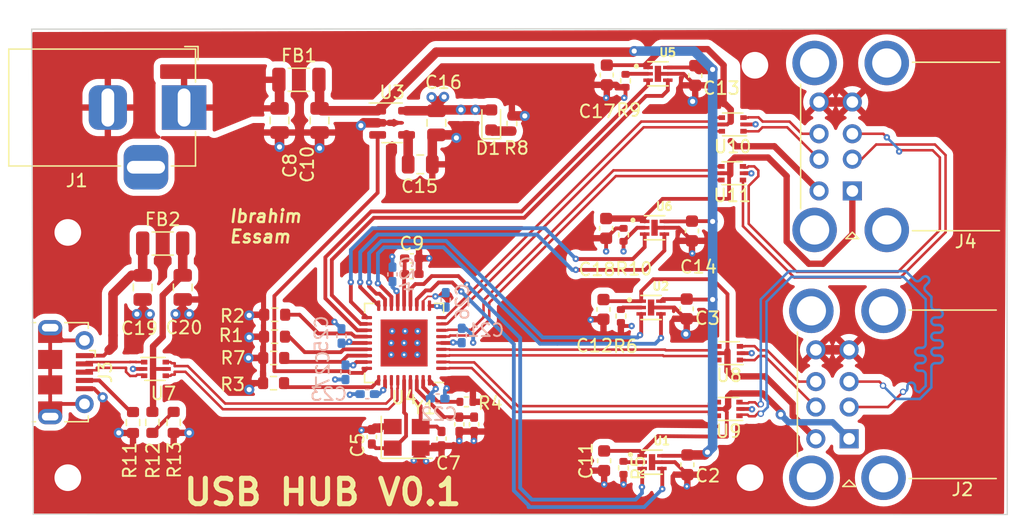
<source format=kicad_pcb>
(kicad_pcb (version 20221018) (generator pcbnew)
  (layers (0 "F.Cu" signal) (1 "In1.Cu" power) (2 "In2.Cu" power) (31 "B.Cu" signal) (34 "B.Paste" user) (35 "F.Paste" user) (36 "B.SilkS" user "B.Silkscreen") (37 "F.SilkS" user "F.Silkscreen") (38 "B.Mask" user) (39 "F.Mask" user) (44 "Edge.Cuts" user))
  (net 0 "")
  (net 1 "Net-(U4-PLLFILT)")
  (net 2 "GND")
  (net 3 "+5V")
  (net 4 "XTALOUt")
  (net 5 "Net-(U4-CRFILT)")
  (net 6 "XTALIN")
  (net 7 "Net-(C8-Pad1)")
  (net 8 "VBUS1")
  (net 9 "VBUS2")
  (net 10 "Net-(U3-BP)")
  (net 11 "+3.3V")
  (net 12 "VBUS4")
  (net 13 "VBUS3")
  (net 14 "+5VA")
  (net 15 "VD")
  (net 16 "Net-(D1-K)")
  (net 17 "PORT1_D-")
  (net 18 "PORT1_D+")
  (net 19 "PORT2_D-")
  (net 20 "PORT2_D+")
  (net 22 "USB_D-")
  (net 23 "USB_D+")
  (net 24 "Net-(J3-ID)")
  (net 25 "unconnected-(J3-Shield-Pad6)")
  (net 26 "PORT3_D-")
  (net 27 "PORT3_D+")
  (net 28 "PORT4_D-")
  (net 29 "PORT4_D+")
  (net 31 "Net-(U4-SCL{slash}SMBCLK{slash}CFG_SEL0)")
  (net 32 "Net-(U4-SDA{slash}SMBDATA{slash}NON_REM1)")
  (net 33 "Net-(U4-SUSP_IND{slash}LOCAL_PWR{slash}NON_REM0)")
  (net 34 "Net-(U4-RBIAS)")
  (net 35 "Net-(U1-ILIMIT)")
  (net 36 "Net-(U2-ILIMIT)")
  (net 37 "Net-(U4-HS_IND{slash}CFG_SEL1)")
  (net 38 "Net-(U5-ILIMIT)")
  (net 39 "Net-(U6-ILIMIT)")
  (net 40 "Net-(R12-Pad2)")
  (net 41 "VBUS_DET")
  (net 42 "USB_PORT1_PRO_-")
  (net 43 "USB_PORT1_PRO_+")
  (net 44 "USB_PORT2_PRO_-")
  (net 45 "USB_PORT2_PRO_+")
  (net 46 "USB_PORT3_PRO_-")
  (net 47 "USB_PORT3_PRO_+")
  (net 48 "USB_PORT4_PRO_-")
  (net 49 "USB_PORT4_PRO_+")
  (net 50 "USB_HUB_PWRT_1")
  (net 51 "USB_HUB_NOCS1")
  (net 52 "USB_HUB_PWRT_2")
  (net 53 "USB_HUB_NOCS2")
  (net 54 "USB_HUB_PWRT_3")
  (net 55 "USB_HUB_NOCS3")
  (net 56 "USB_HUB_PWRT_4")
  (net 57 "USB_HUB_NOCS4")
  (net 58 "USB_PRO_D-")
  (net 59 "USB_PRO_D+")
  (footprint "Capacitor_SMD:C_0805_2012Metric" (layer "F.Cu") (at 26.8224 37.1196 -90)
    (fp_text reference "C19")
    (fp_text value "2u2")
  )
  (footprint "Capacitor_SMD:C_0603_1608Metric" (layer "F.Cu") (at 69.640885 38.8112 -90)
    (fp_text reference "C3")
    (fp_text value "2u2")
  )
  (footprint "Capacitor_SMD:C_0805_2012Metric" (layer "F.Cu") (at 37.592 23.9776 -90)
    (fp_text reference "C8")
    (fp_text value "2u2")
  )
  (footprint "Resistor_SMD:R_0402_1005Metric_Pad0.72x0.64mm_HandSolder" (layer "F.Cu") (at 55.88 24.2164 90)
    (fp_text reference "R8")
    (fp_text value "1k5")
  )
  (footprint "Resistor_SMD:R_0402_1005Metric" (layer "F.Cu") (at 64.459285 39.37 -90)
    (fp_text reference "R6")
    (fp_text value "330R")
  )
  (footprint "Library:SON50P160X160X60-7N" (layer "F.Cu") (at 66.910685 50.8718)
    (fp_text reference "U1")
    (fp_text value "~")
  )
  (footprint "LED_SMD:LED_0603_1608Metric" (layer "F.Cu") (at 54.2544 23.9369 90)
    (fp_text reference "D1")
    (fp_text value "Blue")
  )
  (footprint "Crystal:Crystal_SMD_3225-4Pin_3.2x2.5mm" (layer "F.Cu") (at 47.5996 48.9204)
    (fp_text reference "Y1")
    (fp_text value "24kHz")
  )
  (footprint "Inductor_SMD:L_1206_3216Metric" (layer "F.Cu") (at 39.116 20.7772)
    (fp_text reference "FB1")
    (fp_text value "120R")
  )
  (footprint "Resistor_SMD:R_0603_1608Metric" (layer "F.Cu") (at 27.5844 47.7398 -90)
    (fp_text reference "R12")
    (fp_text value "100k")
  )
  (footprint "Capacitor_SMD:C_0402_1005Metric_Pad0.74x0.62mm_HandSolder" (layer "F.Cu") (at 50.3428 49.022 -90)
    (fp_text reference "C7")
    (fp_text value "10p")
  )
  (footprint "Capacitor_SMD:C_0603_1608Metric" (layer "F.Cu") (at 63.138485 50.7622 90)
    (fp_text reference "C11")
    (fp_text value "2u2")
  )
  (footprint "Capacitor_SMD:C_0603_1608Metric" (layer "F.Cu") (at 63.087685 38.849 90)
    (fp_text reference "C12")
    (fp_text value "2u2")
  )
  (footprint "Connector_USB:USB_Micro-B_Molex-105017-0001" (layer "F.Cu") (at 20.7772 43.7896 -90)
    (fp_text reference "J3")
    (fp_text value "USB_B_Micro")
  )
  (footprint "Capacitor_SMD:C_0402_1005Metric_Pad0.74x0.62mm_HandSolder" (layer "F.Cu") (at 48.0069 34.8316)
    (fp_text reference "C9")
    (fp_text value "10n")
  )
  (footprint "Capacitor_SMD:C_0603_1608Metric" (layer "F.Cu") (at 70.309 20.4396 -90)
    (fp_text reference "C13")
    (fp_text value "2u2")
  )
  (footprint "Capacitor_SMD:C_0805_2012Metric" (layer "F.Cu") (at 48.6664 27.432)
    (fp_text reference "C15")
    (fp_text value "100n")
  )
  (footprint "Package_DFN_QFN:QFN-36-1EP_6x6mm_P0.5mm_EP3.7x3.7mm" (layer "F.Cu") (at 47.3964 41.4928 180)
    (fp_text reference "U4")
    (fp_text value "USB2514B_Bi")
  )
  (footprint "Connector_USB:USB_A_CUI_UJ2-ADH-TH_Horizontal_Stacked" (layer "F.Cu") (at 82.420885 49.0328 180)
    (fp_text reference "J2")
    (fp_text value "USB_A_Stacked")
  )
  (footprint "Capacitor_SMD:C_0402_1005Metric_Pad0.74x0.62mm_HandSolder" (layer "F.Cu") (at 47.9973 36.068)
    (fp_text reference "C6" hide)
    (fp_text value "100n")
  )
  (footprint "Package_TO_SOT_SMD:SOT-666" (layer "F.Cu") (at 72.942885 46.6852 180)
    (fp_text reference "U9")
    (fp_text value "USBLC6-2P6")
  )
  (footprint "Resistor_SMD:R_0603_1608Metric" (layer "F.Cu") (at 26.0604 47.752 -90)
    (fp_text reference "R11")
    (fp_text value "100k")
  )
  (footprint "MountingHole:MountingHole_2.1mm" (layer "F.Cu") (at 20.9296 52.0954)
    (fp_text reference "H2" hide)
    (fp_text value "MountingHole")
  )
  (footprint "Capacitor_SMD:C_0603_1608Metric" (layer "F.Cu") (at 69.691685 51.08 -90)
    (fp_text reference "C2")
    (fp_text value "2u2")
  )
  (footprint "Capacitor_SMD:C_0402_1005Metric_Pad0.74x0.62mm_HandSolder" (layer "F.Cu") (at 52.90525 47.8957 -90)
    (fp_text reference "C1" hide)
    (fp_text value "100n")
  )
  (footprint "MountingHole:MountingHole_2.1mm" (layer "F.Cu") (at 20.9296 32.7914)
    (fp_text reference "H1" hide)
    (fp_text value "MountingHole")
  )
  (footprint "Package_TO_SOT_SMD:SOT-23-5" (layer "F.Cu") (at 46.4511 24.1656)
    (fp_text reference "U3")
    (fp_text value "SPX3819M5-L-5-0")
  )
  (footprint "Capacitor_SMD:C_0402_1005Metric_Pad0.74x0.62mm_HandSolder" (layer "F.Cu") (at 51.74275 47.8957 -90)
    (fp_text reference "C4" hide)
    (fp_text value "10n")
  )
  (footprint "Capacitor_SMD:C_0402_1005Metric_Pad0.74x0.62mm_HandSolder" (layer "F.Cu") (at 44.8564 48.8783 90)
    (fp_text reference "C5")
    (fp_text value "10p")
  )
  (footprint "Package_TO_SOT_SMD:SOT-666" (layer "F.Cu") (at 73.2554 24.2921 180)
    (fp_text reference "U10")
    (fp_text value "USBLC6-2P6")
  )
  (footprint "Library:SON50P160X160X60-7N" (layer "F.Cu") (at 66.833885 38.7016)
    (fp_text reference "U2")
    (fp_text value "~")
  )
  (footprint "Connector_USB:USB_A_CUI_UJ2-ADH-TH_Horizontal_Stacked" (layer "F.Cu") (at 82.6752 29.5264 180)
    (fp_text reference "J4")
    (fp_text value "USB_A_Stacked")
  )
  (footprint "Package_TO_SOT_SMD:SOT-666" (layer "F.Cu") (at 27.7876 43.5356)
    (fp_text reference "U7")
    (fp_text value "USBLC6-2P6")
  )
  (footprint "Resistor_SMD:R_0603_1608Metric" (layer "F.Cu") (at 37.21 39.2684 180)
    (fp_text reference "R2")
    (fp_text value "100k")
  )
  (footprint "Resistor_SMD:R_0603_1608Metric" (layer "F.Cu") (at 37.1226 44.6532 180)
    (fp_text reference "R3")
    (fp_text value "100k")
  )
  (footprint "Package_TO_SOT_SMD:SOT-666" (layer "F.Cu") (at 72.980085 42.2951 180)
    (fp_text reference "U8")
    (fp_text value "USBLC6-2P6")
  )
  (footprint "Package_TO_SOT_SMD:SOT-666" (layer "F.Cu") (at 73.2182 28.1316 180)
    (fp_text reference "U11")
    (fp_text value "USBLC6-2P6")
  )
  (footprint "MountingHole:MountingHole_2.1mm" (layer "F.Cu") (at 74.6252 52.0954)
    (fp_text reference "H4" hide)
    (fp_text value "MountingHole")
  )
  (footprint "Resistor_SMD:R_0603_1608Metric" (layer "F.Cu") (at 37.1978 40.9956 180)
    (fp_text reference "R1")
    (fp_text value "100k")
  )
  (footprint "Capacitor_SMD:C_0603_1608Metric" (layer "F.Cu") (at 63.3494 20.4018 90)
    (fp_text reference "C17")
    (fp_text value "2u2")
  )
  (footprint "Capacitor_SMD:C_0805_2012Metric" (layer "F.Cu") (at 40.7416 23.9776 -90)
    (fp_text reference "C10")
    (fp_text value "2u2")
  )
  (footprint "Resistor_SMD:R_0402_1005Metric" (layer "F.Cu") (at 64.6684 32.9816 90)
    (fp_text reference "R10")
    (fp_text value "330R")
  )
  (footprint "Inductor_SMD:L_1206_3216Metric" (layer "F.Cu") (at 28.3972 33.6652)
    (fp_text reference "FB2")
    (fp_text value "120R")
  )
  (footprint "Resistor_SMD:R_0603_1608Metric" (layer "F.Cu") (at 29.2608 47.7398 -90)
    (fp_text reference "R13")
    (fp_text value "100k")
  )
  (footprint "Capacitor_SMD:C_0603_1608Metric" (layer "F.Cu") (at 63.2968 32.4736 90)
    (fp_text reference "C18")
    (fp_text value "2u2")
  )
  (footprint "Library:SON50P160X160X60-7N" (layer "F.Cu") (at 67.3756 20.3082)
    (fp_text reference "U5")
    (fp_text value "~")
  )
  (footprint "Capacitor_SMD:C_0805_2012Metric" (layer "F.Cu") (at 49.9364 24.1656 -90)
    (fp_text reference "C16")
    (fp_text value "2u2")
  )
  (footprint "Library:SON50P160X160X60-7N" (layer "F.Cu") (at 67.1068 32.4228)
    (fp_text reference "U6")
    (fp_text value "~")
  )
  (footprint "Capacitor_SMD:C_0603_1608Metric" (layer "F.Cu") (at 70.0532 32.6768 -90)
    (fp_text reference "C14")
    (fp_text value "2u2")
  )
  (footprint "Resistor_SMD:R_0603_1608Metric" (layer "F.Cu") (at 37.1348 42.672 180)
    (fp_text reference "R7")
    (fp_text value "100k")
  )
  (footprint "MountingHole:MountingHole_2.1mm" (layer "F.Cu") (at 75.0062 19.6342)
    (fp_text reference "H3" hide)
    (fp_text value "MountingHole")
  )
  (footprint "Resistor_SMD:R_0402_1005Metric" (layer "F.Cu") (at 52.3006 46.1264 180)
    (fp_text reference "R4")
    (fp_text value "470R")
  )
  (footprint "Resistor_SMD:R_0402_1005Metric" (layer "F.Cu") (at 64.8226 20.859 -90)
    (fp_text reference "R9")
    (fp_text value "330R")
  )
  (footprint "Connector_BarrelJack:BarrelJack_Horizontal" (layer "F.Cu") (at 30.0792 22.9616)
    (fp_text reference "J1")
    (fp_text value "Jack-DC")
  )
  (footprint "Resistor_SMD:R_0402_1005Metric" (layer "F.Cu") (at 64.662485 51.321 -90)
    (fp_text reference "R5")
    (fp_text value "330R")
  )
  (footprint "Capacitor_SMD:C_0805_2012Metric" (layer "F.Cu") (at 29.972 37.1196 -90)
    (fp_text reference "C20")
    (fp_text value "2u2")
  )
  (footprint "Capacitor_SMD:C_0402_1005Metric_Pad0.74x0.62mm_HandSolder" (layer "B.Cu") (at 46.482 36.0934 90)
    (fp_text reference "C24")
    (fp_text value "100n")
  )
  (footprint "Capacitor_SMD:C_0402_1005Metric_Pad0.74x0.62mm_HandSolder" (layer "B.Cu") (at 51.9343 40.9027 90)
    (fp_text reference "C21")
    (fp_text value "2u2")
  )
  (footprint "Capacitor_SMD:C_0402_1005Metric_Pad0.74x0.62mm_HandSolder" (layer "B.Cu") (at 50.673 38.1 90)
    (fp_text reference "C26")
    (fp_text value "100n")
  )
  (footprint "Capacitor_SMD:C_0402_1005Metric_Pad0.74x0.62mm_HandSolder" (layer "B.Cu") (at 50.038 45.8724)
    (fp_text reference "C22")
    (fp_text value "100n")
  )
  (footprint "Capacitor_SMD:C_0402_1005Metric_Pad0.74x0.62mm_HandSolder" (layer "B.Cu") (at 42.4688 40.9448 90)
    (fp_text reference "C25")
    (fp_text value "100n")
  )
  (footprint "Capacitor_SMD:C_0402_1005Metric_Pad0.74x0.62mm_HandSolder" (layer "B.Cu") (at 44.5008 45.5168 180)
    (fp_text reference "C23")
    (fp_text value "100n")
  )
  (footprint "Capacitor_SMD:C_0402_1005Metric_Pad0.74x0.62mm_HandSolder" (layer "B.Cu") (at 42.7823 43.7983 -90)
    (fp_text reference "C27")
    (fp_text value "100n")
  )
  (gr_line (start 94.8182 16.764) (end 18.0848 16.7894) (stroke (width 0.1)) (layer "Edge.Cuts"))
  (gr_line (start 18.2118 54.9656) (end 94.869 54.991) (stroke (width 0.1)) (layer "Edge.Cuts"))
  (gr_line (start 94.869 54.991) (end 94.8182 16.764) (stroke (width 0.1)) (layer "Edge.Cuts"))
  (gr_line (start 18.0848 16.7894) (end 18.2118 54.9656) (stroke (width 0.1)) (layer "Edge.Cuts"))
  (gr_text "USB HUB V0.1" (at 29.8704 54.4068) (layer "F.SilkS") (effects (font (size 2 2) (thickness 0.4) bold) (justify left bottom)))
  (gr_text "Ibrahim\nEssam" (at 33.5534 33.7058) (layer "F.SilkS") (effects (font (size 1 1) (thickness 0.2) bold italic) (justify left bottom)))
  (segment (start 51.74275 47.3282) (end 52.90525 47.3282) (width 0.3) (layer "F.Cu") (net 1))
  (segment (start 48.3964 44.4303) (end 48.3964 45.176835) (width 0.3) (layer "F.Cu") (net 1))
  (segment (start 50.547765 47.3282) (end 51.74275 47.3282) (width 0.3) (layer "F.Cu") (net 1))
  (segment (start 48.3964 45.176835) (end 50.547765 47.3282) (width 0.3) (layer "F.Cu") (net 1))
  (segment (start 29.972 38.0696) (end 29.972 38.7096) (width 0.5) (layer "F.Cu") (net 2))
  (segment (start 74.7522 46.6852) (end 73.867885 46.6852) (width 0.3) (layer "F.Cu") (net 2))
  (segment (start 70.0532 33.4518) (end 69.0242 32.4228) (width 0.3) (layer "F.Cu") (net 2))
  (segment (start 63.5416 21.369) (end 63.3494 21.1768) (width 0.3) (layer "F.Cu") (net 2))
  (segment (start 48.6996 50.208) (end 48.1584 50.7492) (width 0.5) (layer "F.Cu") (net 2))
  (segment (start 51.2776 25.1156) (end 51.5112 25.3492) (width 0.75) (layer "F.Cu") (net 2))
  (segment (start 68.708485 50.8718) (end 69.691685 51.855) (width 0.3) (layer "F.Cu") (net 2))
  (segment (start 70.0532 34.417) (end 70.0786 34.4424) (width 0.3) (layer "F.Cu") (net 2))
  (segment (start 26.8224 38.6588) (end 27.3812 39.2176) (width 0.5) (layer "F.Cu") (net 2))
  (segment (start 36.2976 44.6532) (end 35.7124 44.6532) (width 0.3) (layer "F.Cu") (net 2))
  (segment (start 69.640885 39.5862) (end 69.640885 40.722115) (width 0.3) (layer "F.Cu") (net 2))
  (segment (start 74.7152 28.1316) (end 74.7268 28.1432) (width 0.3) (layer "F.Cu") (net 2))
  (segment (start 63.087685 39.624) (end 62.1284 39.624) (width 0.3) (layer "F.Cu") (net 2))
  (segment (start 63.2968 34.2826) (end 63.295 34.2844) (width 0.3) (layer "F.Cu") (net 2))
  (segment (start 22.2397 45.0896) (end 22.9916 45.0896) (width 0.3) (layer "F.Cu") (net 2))
  (segment (start 52.90525 49.17735) (end 52.8828 49.1998) (width 0.3) (layer "F.Cu") (net 2))
  (segment (start 70.309 22.274) (end 70.104 22.479) (width 0.3) (layer "F.Cu") (net 2))
  (segment (start 55.88 23.6189) (end 56.8929 23.6189) (width 0.75) (layer "F.Cu") (net 2))
  (segment (start 67.8818 32.4228) (end 67.1068 32.4228) (width 0.3) (layer "F.Cu") (net 2))
  (segment (start 64.8226 21.369) (end 64.8226 22.0962) (width 0.3) (layer "F.Cu") (net 2))
  (segment (start 64.736685 40.1574) (end 64.459285 39.88) (width 0.3) (layer "F.Cu") (net 2))
  (segment (start 48.5744 34.8316) (end 49.3694 34.8316) (width 0.5) (layer "F.Cu") (net 2))
  (segment (start 68.1506 20.3082) (end 67.3756 20.3082) (width 0.3) (layer "F.Cu") (net 2))
  (segment (start 64.662485 51.831) (end 64.662485 52.622885) (width 0.3) (layer "F.Cu") (net 2))
  (segment (start 73.905085 42.2951) (end 74.7481 42.2951) (width 0.3) (layer "F.Cu") (net 2))
  (segment (start 48.8969 38.5553) (end 48.8969 38.182681) (width 0.125) (layer "F.Cu") (net 2))
  (segment (start 45.0968 48.0704) (end 44.8564 48.3108) (width 0.5) (layer "F.Cu") (net 2))
  (segment (start 63.138485 51.5372) (end 63.138485 52.622885) (width 0.3) (layer "F.Cu") (net 2))
  (segment (start 50.1619 49.7704) (end 50.3428 49.5895) (width 0.5) (layer "F.Cu") (net 2))
  (segment (start 49.9364 25.1156) (end 51.2776 25.1156) (width 0.75) (layer "F.Cu") (net 2))
  (segment (start 26.8224 38.0696) (end 26.8224 38.7604) (width 0.5) (layer "F.Cu") (net 2))
  (segment (start 62.1284 39.624) (end 62.0776 39.6748) (width 0.3) (layer "F.Cu") (net 2))
  (segment (start 36.3728 40.9956) (end 35.2552 40.9956) (width 0.5) (layer "F.Cu") (net 2))
  (segment (start 49.253846 37.825735) (end 49.858934 37.825735) (width 0.125) (layer "F.Cu") (net 2))
  (segment (start 69.4026 20.3082) (end 70.309 21.2146) (width 0.3) (layer "F.Cu") (net 2))
  (segment (start 82.6752 22.5264) (end 80.0552 22.5264) (width 0.75) (layer "F.Cu") (net 2))
  (segment (start 36.385 39.2684) (end 35.2552 39.2684) (width 0.5) (layer "F.Cu") (net 2))
  (segment (start 26.8626 43.5356) (end 26.0604 43.5356) (width 0.3) (layer "F.Cu") (net 2))
  (segment (start 49.3694 34.8316) (end 49.3776 34.8234) (width 0.5) (layer "F.Cu") (net 2))
  (segment (start 69.0242 32.4228) (end 67.8818 32.4228) (width 0.3) (layer "F.Cu") (net 2))
  (segment (start 29.972 38.6588) (end 29.4132 39.2176) (width 0.5) (layer "F.Cu") (net 2))
  (segment (start 63.2968 33.2486) (end 63.2968 34.2826) (width 0.3) (layer "F.Cu") (net 2))
  (segment (start 26.8224 38.0696) (end 26.8224 38.6588) (width 0.5) (layer "F.Cu") (net 2))
  (segment (start 48.6996 49.7704) (end 48.6996 50.208) (width 0.5) (layer "F.Cu") (net 2))
  (segment (start 29.972 38.7096) (end 30.48 39.2176) (width 0.5) (layer "F.Cu") (net 2))
  (segment (start 48.8969 38.182681) (end 49.253846 37.825735) (width 0.125) (layer "F.Cu") (net 2))
  (segment (start 44.8564 48.3108) (end 44.0944 48.3108) (width 0.5) (layer "F.Cu") (net 2))
  (segment (start 70.309 21.2146) (end 70.309 22.274) (width 0.3) (layer "F.Cu") (net 2))
  (segment (start 63.138485 52.622885) (end 63.1444 52.6288) (width 0.3) (layer "F.Cu") (net 2))
  (segment (start 36.3098 42.672) (end 35.1536 42.672) (width 0.5) (layer "F.Cu") (net 2))
  (segment (start 67.685685 50.8718) (end 66.910685 50.8718) (width 0.3) (layer "F.Cu") (net 2))
  (segment (start 74.7776 46.7106) (end 74.7522 46.6852) (width 0.3) (layer "F.Cu") (net 2))
  (segment (start 68.1506 20.3082) (end 69.4026 20.3082) (width 0.3) (layer "F.Cu") (net 2))
  (segment (start 48.8964 38.5553) (end 48.8969 38.5553) (width 0.125) (layer "F.Cu") (net 2))
  (segment (start 69.691685 51.855) (end 69.691685 52.736315) (width 0.3) (layer "F.Cu") (net 2))
  (segment (start 69.5582 39.5862) (end 68.6736 38.7016) (width 0.3) (layer "F.Cu") (net 2))
  (segment (start 49.6164 25.4356) (end 49.9364 25.1156) (width 0.75) (layer "F.Cu") (net 2))
  (segment (start 48.6996 50.376) (end 49.1236 50.8) (width 0.5) (layer "F.Cu") (net 2))
  (segment (start 40.7416 24.9276) (end 40.7416 26.162) (width 0.75) (layer "F.Cu") (net 2))
  (segment (start 44.2112 24.1656) (end 43.9928 24.384) (width 0.75) (layer "F.Cu") (net 2))
  (segment (start 24.955 48.577) (end 24.9428 48.5648) (width 0.3) (layer "F.Cu") (net 2))
  (segment (start 67.685685 50.8718) (end 68.708485 50.8718) (width 0.3) (layer "F.Cu") (net 2))
  (segment (start 64.8226 22.0962) (end 64.7192 22.1996) (width 0.3) (layer "F.Cu") (net 2))
  (segment (start 56.8929 23.6189) (end 56.896 23.622) (width 0.75) (layer "F.Cu") (net 2))
  (segment (start 63.3494 21.1768) (end 63.3494 22.147) (width 0.3) (layer "F.Cu") (net 2))
  (segment (start 64.6684 32.4716) (end 64.0738 32.4716) (width 0.3) (layer "F.Cu") (net 2))
  (segment (start 44.0944 48.3108) (end 44.0436 48.3616) (width 0.5) (layer "F.Cu") (net 2))
  (segment (start 75.0473 24.2921) (end 75.057 24.2824) (width 0.3) (layer "F.Cu") (net 2))
  (segment (start 35.2552 40.9956) (end 35.2044 41.0464) (width 0.5) (layer "F.Cu") (net 2))
  (segment (start 48.5648 34.8412) (end 48.5744 34.8316) (width 0.5) (layer "F.Cu") (net 2))
  (segment (start 26.0604 48.577) (end 24.955 48.577) (width 0.3) (layer "F.Cu") (net 2))
  (segment (start 37.592 24.9276) (end 37.592 26.0604) (width 0.75) (layer "F.Cu") (net 2))
  (segment (start 64.662485 52.622885) (end 64.6684 52.6288) (width 0.3) (layer "F.Cu") (net 2))
  (segment (start 51.74275 48.4632) (end 51.74275 49.19685) (width 0.3) (layer "F.Cu") (net 2))
  (segment (start 69.640885 39.5862) (end 69.5582 39.5862) (width 0.3) (layer "F.Cu") (net 2))
  (segment (start 67.608885 38.7016) (end 66.833885 38.7016) (width 0.3) (layer "F.Cu") (net 2))
  (segment (start 68.6736 38.7016) (end 67.608885 38.7016) (width 0.3) (layer "F.Cu") (net 2))
  (segment (start 69.691685 52.736315) (end 69.6468 52.7812) (width 0.3) (layer "F.Cu") (net 2))
  (segment (start 48.5648 36.068) (end 48.5648 34.8412) (width 0.5) (layer "F.Cu") (net 2))
  (segment (start 52.90525 48.4632) (end 52.90525 49.17735) (width 0.3) (layer "F.Cu") (net 2))
  (segment (start 74.1804 24.2921) (end 75.0473 24.2921) (width 0.3) (layer "F.Cu") (net 2))
  (segment (start 29.2608 48.5648) (end 30.48 48.5648) (width 0.3) (layer "F.Cu") (net 2))
  (segment (start 26.8224 38.7604) (end 26.3652 39.2176) (width 0.5) (layer "F.Cu") (net 2))
  (segment (start 29.972 38.0696) (end 29.972 38.6588) (width 0.5) (layer "F.Cu") (net 2))
  (segment (start 69.640885 40.722115) (end 69.5706 40.7924) (width 0.3) (layer "F.Cu") (net 2))
  (segment (start 63.3494 22.147) (end 63.2968 22.1996) (width 0.3) (layer "F.Cu") (net 2))
  (segment (start 51.74275 49.19685) (end 51.7398 49.1998) (width 0.3) (layer "F.Cu") (net 2))
  (segment (start 45.3136 24.1656) (end 44.2112 24.1656) (width 0.75) (layer "F.Cu") (net 2))
  (segment (start 49.6164 27.432) (end 49.6164 25.4356) (width 0.75) (layer "F.Cu") (net 2))
  (segment (start 64.0738 32.4716) (end 63.2968 33.2486) (width 0.3) (layer "F.Cu") (net 2))
  (segment (start 46.4996 48.0704) (end 45.0968 48.0704) (width 0.5) (layer "F.Cu") (net 2))
  (segment (start 70.0532 33.4518) (end 70.0532 34.417) (width 0.3) (layer "F.Cu") (net 2))
  (segment (start 74.1432 28.1316) (end 74.7152 28.1316) (width 0.3) (layer "F.Cu") (net 2))
  (segment (start 65.3034 40.1574) (end 64.736685 40.1574) (width 0.3) (layer "F.Cu") (net 2))
  (segment (start 22.9916 45.0896) (end 23.6728 45.7708) (width 0.3) (layer "F.Cu") (net 2))
  (segment (start 48.6996 49.7704) (end 48.6996 50.376) (width 0.5) (layer "F.Cu") (net 2))
  (segment (start 48.6996 49.7704) (end 50.1619 49.7704) (width 0.5) (layer "F.Cu") (net 2))
  (segment (start 82.420885 42.0328) (end 79.800885 42.0328) (width 0.75) (layer "F.Cu") (net 2))
  (segment (start 35.2552 39.2684) (end 35.2044 39.3192) (width 0.5) (layer "F.Cu") (net 2))
  (segment (start 35.7124 44.6532) (end 35.2044 45.1612) (width 0.3) (layer "F.Cu") (net 2))
  (segment (start 74.7481 42.2951) (end 74.7522 42.291) (width 0.3) (layer "F.Cu") (net 2))
  (via (at 49.858934 37.825735) (size 0.5) (drill 0.2) (layers "F.Cu" "B.Cu") (net 2))
  (via (at 52.8828 49.1998) (size 0.5) (drill 0.2) (layers "F.Cu" "B.Cu") (net 2))
  (via (at 35.2044 41.0464) (size 0.8) (drill 0.4) (layers "F.Cu" "B.Cu") (net 2))
  (via (at 70.0786 34.4424) (size 0.5) (drill 0.2) (layers "F.Cu" "B.Cu") (net 2))
  (via (at 51.5112 25.3492) (size 0.8) (drill 0.4) (layers "F.Cu" "B.Cu") (net 2))
  (via (at 50.7492 45.0596) (size 0.5) (drill 0.2) (layers "F.Cu" "B.Cu") (net 2))
  (via (at 26.0604 43.5356) (size 0.5) (drill 0.2) (layers "F.Cu" "B.Cu") (net 2))
  (via (at 35.2044 45.1612) (size 0.8) (drill 0.4) (layers "F.Cu" "B.Cu") (net 2))
  (via (at 30.48 48.5648) (size 0.8) (drill 0.4) (layers "F.Cu" "B.Cu") (net 2))
  (via (at 56.896 23.622) (size 0.8) (drill 0.4) (layers "F.Cu" "B.Cu") (net 2))
  (via (at 49.3776 34.8234) (size 0.5) (drill 0.2) (layers "F.Cu" "B.Cu") (net 2))
  (via (at 43.1292 45.5676) (size 0.5) (drill 0.2) (layers "F.Cu" "B.Cu") (net 2))
  (via (at 26.3652 39.2176) (size 0.8) (drill 0.4) (layers "F.Cu" "B.Cu") (net 2))
  (via (at 24.9428 48.5648) (size 0.8) (drill 0.4) (layers "F.Cu" "B.Cu") (net 2))
  (via (at 75.057 24.2824) (size 0.5) (drill 0.2) (layers "F.Cu" "B.Cu") (net 2))
  (via (at 64.6684 52.6288) (size 0.5) (drill 0.2) (layers "F.Cu" "B.Cu") (net 2))
  (via (at 29.4132 39.2176) (size 0.8) (drill 0.4) (layers "F.Cu" "B.Cu") (net 2))
  (via (at 70.104 22.479) (size 0.8) (drill 0.4) (layers "F.Cu" "B.Cu") (net 2))
  (via (at 48.4632 40.5638) (size 0.5) (drill 0.2) (layers "F.Cu" "B.Cu") (net 2))
  (via (at 74.7522 42.291) (size 0.5) (drill 0.2) (layers "F.Cu" "B.Cu") (net 2))
  (via (at 63.295 34.2844) (size 0.5) (drill 0.2) (layers "F.Cu" "B.Cu") (net 2))
  (via (at 40.7416 26.162) (size 0.8) (drill 0.4) (layers "F.Cu" "B.Cu") (net 2))
  (via (at 35.1536 42.672) (size 0.8) (drill 0.4) (layers "F.Cu" "B.Cu") (net 2))
  (via (at 52.832 41.4683) (size 0.5) (drill 0.2) (layers "F.Cu" "B.Cu") (net 2))
  (via (at 23.6728 45.7708) (size 0.8) (drill 0.4) (layers "F.Cu" "B.Cu") (net 2))
  (via (at 48.4378 42.418) (size 0.5) (drill 0.2) (layers "F.Cu" "B.Cu") (net 2))
  (via (at 74.7776 46.7106) (size 0.5) (drill 0.2) (layers "F.Cu" "B.Cu") (net 2))
  (via (at 65.3034 40.1574) (size 0.5) (drill 0.2) (layers "F.Cu" "B.Cu") (net 2))
  (via (at 63.2968 22.1996) (size 0.5) (drill 0.2) (layers "F.Cu" "B.Cu") (net 2))
  (via (at 47.3964 41.4928) (size 0.5) (drill 0.2) (layers "F.Cu" "B.Cu") (net 2))
  (via (at 51.7398 49.1998) (size 0.5) (drill 0.2) (layers "F.Cu" "B.Cu") (net 2))
  (via (at 48.4632 40.5638) (size 0.5) (drill 0.2) (layers "F.Cu" "B.Cu") (net 2))
  (via (at 30.48 39.2176) (size 0.8) (drill 0.4) (layers "F.Cu" "B.Cu") (net 2))
  (via (at 43.9928 24.384) (size 0.8) (drill 0.4) (layers "F.Cu" "B.Cu") (net 2))
  (via (at 69.6468 52.7812) (size 0.5) (drill 0.2) (layers "F.Cu" "B.Cu") (net 2))
  (via (at 62.0776 39.6748) (size 0.5) (drill 0.2) (layers "F.Cu" "B.Cu") (net 2))
  (via (at 27.3812 39.2176) (size 0.8) (drill 0.4) (layers "F.Cu" "B.Cu") (net 2))
  (via (at 47.3964 42.418) (size 0.5) (drill 0.2) (layers "F.Cu" "B.Cu") (net 2))
  (via (at 44.0436 48.3616) (size 0.5) (drill 0.2) (layers "F.Cu" "B.Cu") (net 2))
  (via (at 46.3804 42.418) (size 0.5) (drill 0.2) (layers "F.Cu" "B.Cu") (net 2))
  (via (at 46.3804 41.4928) (size 0.5) (drill 0.2) (layers "F.Cu" "B.Cu") (net 2))
  (via (at 47.4726 40.5638) (size 0.5) (drill 0.2) (layers "F.Cu" "B.Cu") (net 2))
  (via (at 41.91 39.8272) (size 0.5) (drill 0.2) (layers "F.Cu" "B.Cu") (net 2))
  (via (at 41.9695 44.3658) (size 0.5) (drill 0.2) (layers "F.Cu" "B.Cu") (net 2))
  (via (at 37.592 26.0604) (size 0.8) (drill 0.4) (layers "F.Cu" "B.Cu") (net 2))
  (via (at 48.4378 41.4928) (size 0.5) (drill 0.2) (layers "F.Cu" "B.Cu") (net 2))
  (via (at 69.5706 40.7924) (size 0.8) (drill 0.4) (layers "F.Cu" "B.Cu") (net 2))
  (via (at 74.7268 28.1432) (size 0.5) (drill 0.2) (layers "F.Cu" "B.Cu") (net 2))
  (via (at 46.4566 34.6964) (size 0.5) (drill 0.2) (layers "F.Cu" "B.Cu") (net 2))
  (via (at 49.1236 50.8) (size 0.5) (drill 0.2) (layers "F.Cu" "B.Cu") (net 2))
  (via (at 63.1444 52.6288) (size 0.5) (drill 0.2) (layers "F.Cu" "B.Cu") (net 2))
  (via (at 48.1584 50.7492) (size 0.5) (drill 0.2) (layers "F.Cu" "B.Cu") (net 2))
  (via (at 35.2044 39.3192) (size 0.8) (drill 0.4) (layers "F.Cu" "B.Cu") (net 2))
  (via (at 64.7192 22.1996) (size 0.5) (drill 0.2) (layers "F.Cu" "B.Cu") (net 2))
  (via (at 46.4566 40.5638) (size 0.5) (drill 0.2) (layers "F.Cu" "B.Cu") (net 2))
  (segment (start 51.9343 40.3352) (end 52.2224 40.3352) (width 0.3) (layer "B.Cu") (net 2))
  (segment (start 52.2224 40.3352) (end 52.832 40.9448) (width 0.3) (layer "B.Cu") (net 2))
  (segment (start 42.7823 44.3658) (end 41.9695 44.3658) (width 0.3) (layer "B.Cu") (net 2))
  (segment (start 50.379765 37.825735) (end 50.673 37.5325) (width 0.125) (layer "B.Cu") (net 2))
  (segment (start 50.6055 45.2033) (end 50.7492 45.0596) (width 0.3) (layer "B.Cu") (net 2))
  (segment (start 51.9343 40.3352) (end 52.197 40.3352) (width 0.3) (layer "B.Cu") (net 2))
  (segment (start 42.4688 40.3773) (end 42.4601 40.3773) (width 0.3) (layer "B.Cu") (net 2))
  (segment (start 46.482 34.7218) (end 46.4566 34.6964) (width 0.3) (layer "B.Cu") (net 2))
  (segment (start 49.858934 37.825735) (end 50.379765 37.825735) (width 0.125) (layer "B.Cu") (net 2))
  (segment (start 46.482 35.5259) (end 46.482 34.7218) (width 0.3) (layer "B.Cu") (net 2))
  (segment (start 42.4601 40.3773) (end 41.91 39.8272) (width 0.3) (layer "B.Cu") (net 2))
  (segment (start 43.18 45.5168) (end 43.1292 45.5676) (width 0.3) (layer "B.Cu") (net 2))
  (segment (start 50.6055 45.8724) (end 50.6055 45.2033) (width 0.3) (layer "B.Cu") (net 2))
  (segment (start 43.9333 45.5168) (end 43.18 45.5168) (width 0.3) (layer "B.Cu") (net 2))
  (segment (start 52.832 40.9448) (end 52.832 41.4683) (width 0.3) (layer "B.Cu") (net 2))
  (segment (start 68.1506 19.8082) (end 70.1654 19.8082) (width 0.3) (layer "F.Cu") (net 3))
  (segment (start 40.9296 23.2156) (end 40.7416 23.0276) (width 0.75) (layer "F.Cu") (net 3))
  (segment (start 67.8818 31.9228) (end 70.0322 31.9228) (width 0.3) (layer "F.Cu") (net 3))
  (segment (start 49.9274 18.6018) (end 65.4214 18.6018) (width 0.75) (layer "F.Cu") (net 3))
  (segment (start 71.6404 38.0362) (end 71.6788 38.0746) (width 0.3) (layer "F.Cu") (net 3))
  (segment (start 65.4214 18.6018) (end 65.5066 18.5166) (width 0.75) (layer "F.Cu") (net 3))
  (segment (start 67.774285 38.0362) (end 67.608885 38.2016) (width 0.3) (layer "F.Cu") (net 3))
  (segment (start 69.640885 38.0362) (end 67.774285 38.0362) (width 0.3) (layer "F.Cu") (net 3))
  (segment (start 71.6788 19.9644) (end 70.6088 19.9644) (width 0.75) (layer "F.Cu") (net 3))
  (segment (start 40.7416 20.8278) (end 40.691 20.7772) (width 0.75) (layer "F.Cu") (net 3))
  (segment (start 69.679285 38.0746) (end 69.640885 38.0362) (width 0.3) (layer "F.Cu") (net 3))
  (segment (start 70.0532 31.9018) (end 71.6528 31.9018) (width 0.3) (layer "F.Cu") (net 3))
  (segment (start 40.7416 23.0276) (end 40.7416 20.8278) (width 0.75) (layer "F.Cu") (net 3))
  (segment (start 45.3136 23.2156) (end 40.9296 23.2156) (width 0.75) (layer "F.Cu") (net 3))
  (segment (start 70.0322 31.9228) (end 70.0532 31.9018) (width 0.3) (layer "F.Cu") (net 3))
  (segment (start 71.6528 31.9018) (end 71.6788 31.9278) (width 0.3) (layer "F.Cu") (net 3))
  (segment (start 45.3136 23.2156) (end 49.9274 18.6018) (width 0.75) (layer "F.Cu") (net 3))
  (segment (start 69.691685 50.305) (end 71.0562 50.305) (width 0.75) (layer "F.Cu") (net 3))
  (segment (start 71.0562 50.305) (end 71.2724 50.0888) (width 0.75) (layer "F.Cu") (net 3))
  (segment (start 71.6788 38.0746) (end 69.679285 38.0746) (width 0.3) (layer "F.Cu") (net 3))
  (segment (start 70.1654 19.8082) (end 70.309 19.6646) (width 0.3) (layer "F.Cu") (net 3))
  (segment (start 70.6088 19.9644) (end 70.309 19.6646) (width 0.75) (layer "F.Cu") (net 3))
  (segment (start 67.685685 50.3718) (end 69.624885 50.3718) (width 0.3) (layer "F.Cu") (net 3))
  (via (at 71.6788 31.9278) (size 0.8) (drill 0.4) (layers "F.Cu" "B.Cu") (net 3))
  (via (at 71.6788 38.0746) (size 0.8) (drill 0.4) (layers "F.Cu" "B.Cu") (net 3))
  (via (at 65.5066 18.5166) (size 0.8) (drill 0.4) (layers "F.Cu" "B.Cu") (net 3))
  (via (at 71.6788 19.9644) (size 0.8) (drill 0.4) (layers "F.Cu" "B.Cu") (net 3))
  (via (at 71.2724 50.0888) (size 0.8) (drill 0.4) (layers "F.Cu" "B.Cu") (net 3))
  (segment (start 71.6788 49.6824) (end 71.2724 50.0888) (width 0.75) (layer "B.Cu") (net 3))
  (segment (start 65.5066 18.5166) (end 70.231 18.5166) (width 0.75) (layer "B.Cu") (net 3))
  (segment (start 71.6788 19.9644) (end 71.6788 31.9278) (width 0.75) (layer "B.Cu") (net 3))
  (segment (start 71.6788 31.9278) (end 71.6788 38.0746) (width 0.75) (layer "B.Cu") (net 3))
  (segment (start 71.6788 38.0746) (end 71.6788 49.6824) (width 0.75) (layer "B.Cu") (net 3))
  (segment (start 70.231 18.5166) (end 71.6788 19.9644) (width 0.75) (layer "B.Cu") (net 3))
  (segment (start 47.3964 44.4303) (end 47.3964 46.9672) (width 0.3) (layer "F.Cu") (net 4))
  (segment (start 47.3964 46.9672) (end 47.5496 47.1204) (width 0.3) (layer "F.Cu") (net 4))
  (segment (start 47.5496 47.1204) (end 47.5496 48.8204) (width 0.3) (layer "F.Cu") (net 4))
  (segment (start 47.5496 48.8204) (end 46.5996 49.7704) (width 0.3) (layer "F.Cu") (net 4))
  (segment (start 46.5996 49.7704) (end 46.4996 49.7704) (width 0.3) (layer "F.Cu") (net 4))
  (segment (start 45.181 49.7704) (end 44.8564 49.4458) (width 0.3) (layer "F.Cu") (net 4))
  (segment (start 46.4996 49.7704) (end 45.181 49.7704) (width 0.3) (layer "F.Cu") (net 4))
  (segment (start 47.3964 38.5553) (end 47.3964 36.1014) (width 0.3) (layer "F.Cu") (net 5))
  (segment (start 47.4394 34.8316) (end 47.4394 36.0584) (width 0.3) (layer "F.Cu") (net 5))
  (segment (start 47.4394 36.0584) (end 47.4298 36.068) (width 0.3) (layer "F.Cu") (net 5))
  (segment (start 47.3964 36.1014) (end 47.4298 36.068) (width 0.3) (layer "F.Cu") (net 5))
  (segment (start 48.6996 48.0704) (end 49.9587 48.0704) (width 0.3) (layer "F.Cu") (net 6))
  (segment (start 48.6996 46.4644) (end 48.6996 48.0704) (width 0.3) (layer "F.Cu") (net 6))
  (segment (start 47.8964 45.6612) (end 48.6996 46.4644) (width 0.3) (layer "F.Cu") (net 6))
  (segment (start 49.9587 48.0704) (end 50.3428 48.4545) (width 0.3) (layer "F.Cu") (net 6))
  (segment (start 47.8964 44.4303) (end 47.8964 45.6612) (width 0.3) (layer "F.Cu") (net 6))
  (segment (start 37.592 20.8282) (end 37.541 20.7772) (width 0.75) (layer "F.Cu") (net 7))
  (segment (start 37.592 23.0276) (end 37.592 20.8282) (width 0.75) (layer "F.Cu") (net 7))
  (segment (start 77.0382 46.888586) (end 77.0382 47.117) (width 0.5) (layer "F.Cu") (net 8))
  (segment (start 72.7964 46.9392) (end 72.7964 48.8696) (width 0.3) (layer "F.Cu") (net 8))
  (segment (start 66.135685 50.1968) (end 65.926085 49.9872) (width 0.3) (layer "F.Cu") (net 8))
  (segment (start 65.926085 49.9872) (end 63.138485 49.9872) (width 0.3) (layer "F.Cu") (net 8))
  (segment (start 75.4634 45.466) (end 75.615614 45.466) (width 0.5) (layer "F.Cu") (net 8))
  (segment (start 72.898 45.705085) (end 72.898 46.480085) (width 0.5) (layer "F.Cu") (net 8))
  (segment (start 66.135685 50.0668) (end 66.135685 50.1968) (width 0.3) (layer "F.Cu") (net 8))
  (segment (start 72.017885 46.6852) (end 72.692885 46.6852) (width 0.3) (layer "F.Cu") (net 8))
  (segment (start 75.615614 45.466) (end 77.0382 46.888586) (width 0.5) (layer "F.Cu") (net 8))
  (segment (start 66.135685 50.3718) (end 66.135685 50.1968) (width 0.3) (layer "F.Cu") (net 8))
  (segment (start 73.137085 45.466) (end 75.4634 45.466) (width 0.5) (layer "F.Cu") (net 8))
  (segment (start 72.692885 46.6852) (end 72.7964 46.9392) (width 0.3) (layer "F.Cu") (net 8))
  (segment (start 67.383685 48.8188) (end 66.135685 50.0668) (width 0.3) (layer "F.Cu") (net 8))
  (segment (start 73.137085 45.466) (end 72.898 45.705085) (width 0.5) (layer "F.Cu") (net 8))
  (segment (start 72.898 46.480085) (end 72.692885 46.6852) (width 0.5) (layer "F.Cu") (net 8))
  (segment (start 72.7964 48.8696) (end 67.383685 48.8188) (width 0.3) (layer "F.Cu") (net 8))
  (via (at 77.0382 47.117) (size 0.8) (drill 0.4) (layers "F.Cu" "B.Cu") (net 8))
  (segment (start 77.654 47.7328) (end 81.120885 47.7328) (width 0.5) (layer "B.Cu") (net 8))
  (segment (start 81.120885 47.7328) (end 82.420885 49.0328) (width 0.5) (layer "B.Cu") (net 8))
  (segment (start 77.0382 47.117) (end 77.654 47.7328) (width 0.5) (layer "B.Cu") (net 8))
  (segment (start 72.8472 43.7134) (end 72.8472 42.127985) (width 0.5) (layer "F.Cu") (net 9))
  (segment (start 79.800885 49.0328) (end 77.978 47.209915) (width 0.5) (layer "F.Cu") (net 9))
  (segment (start 71.6788 36.4744) (end 67.0052 36.4744) (width 0.3) (layer "F.Cu") (net 9))
  (segment (start 72.8472 42.127985) (end 72.8472 37.6428) (width 0.3) (layer "F.Cu") (net 9))
  (segment (start 72.8472 37.6428) (end 71.6788 36.4744) (width 0.3) (layer "F.Cu") (net 9))
  (segment (start 72.055085 42.2951) (end 72.680085 42.2951) (width 0.3) (layer "F.Cu") (net 9))
  (segment (start 66.058885 38.2016) (end 63.215285 38.2016) (width 0.3) (layer "F.Cu") (net 9))
  (segment (start 72.680085 42.2951) (end 72.8472 42.127985) (width 0.3) (layer "F.Cu") (net 9))
  (segment (start 77.978 46.2788) (end 75.819 44.1198) (width 0.5) (layer "F.Cu") (net 9))
  (segment (start 67.0052 36.4744) (end 66.058885 37.420715) (width 0.3) (layer "F.Cu") (net 9))
  (segment (start 75.819 44.1198) (end 73.2536 44.1198) (width 0.5) (layer "F.Cu") (net 9))
  (segment (start 66.058885 37.420715) (end 66.058885 38.2016) (width 0.3) (layer "F.Cu") (net 9))
  (segment (start 63.215285 38.2016) (end 63.087685 38.074) (width 0.3) (layer "F.Cu") (net 9))
  (segment (start 73.2536 44.1198) (end 72.8472 43.7134) (width 0.5) (layer "F.Cu") (net 9))
  (segment (start 77.978 47.209915) (end 77.978 46.2788) (width 0.5) (layer "F.Cu") (net 9))
  (segment (start 47.7164 27.432) (end 47.7164 25.2434) (width 0.75) (layer "F.Cu") (net 10))
  (segment (start 47.7164 25.2434) (end 47.5886 25.1156) (width 0.75) (layer "F.Cu") (net 10))
  (segment (start 47.5844 25.1198) (end 47.5886 25.1156) (width 0.75) (layer "F.Cu") (net 10))
  (segment (start 45.8964 44.4303) (end 45.8964 44.9848) (width 0.3) (layer "F.Cu") (net 11))
  (segment (start 49.9872 38.5826) (end 49.4237 38.5826) (width 0.3) (layer "F.Cu") (net 11))
  (segment (start 49.4237 38.5826) (end 49.3964 38.5553) (width 0.3) (layer "F.Cu") (net 11))
  (segment (start 49.9364 23.2156) (end 49.9364 22.5298) (width 0.75) (layer "F.Cu") (net 11))
  (segment (start 50.3339 41.4928) (end 51.2172 41.4928) (width 0.3) (layer "F.Cu") (net 11))
  (segment (start 54.2544 23.1494) (end 53.0198 23.1494) (width 0.75) (layer "F.Cu") (net 11))
  (segment (start 45.8964 44.9848) (end 45.72 45.1612) (width 0.3) (layer "F.Cu") (net 11))
  (segment (start 44.4589 42.9928) (end 43.6473 42.9928) (width 0.3) (layer "F.Cu") (net 11))
  (segment (start 51.8668 23.1394) (end 51.8568 23.1494) (width 0.75) (layer "F.Cu") (net 11))
  (segment (start 46.8964 37.504509) (end 46.797313 37.405422) (width 0.3) (layer "F.Cu") (net 11))
  (segment (start 49.9364 23.2156) (end 49.9364 22.733) (width 0.75) (layer "F.Cu") (net 11))
  (segment (start 49.9364 22.733) (end 50.546 22.1234) (width 0.75) (layer "F.Cu") (net 11))
  (segment (start 49.9364 22.5298) (end 49.5554 22.1488) (width 0.75) (layer "F.Cu") (net 11))
  (segment (start 52.9998 23.1494) (end 51.8768 23.1494) (width 0.75) (layer "F.Cu") (net 11))
  (segment (start 43.0784 41.3933) (end 43.1779 41.4928) (width 0.3) (layer "F.Cu") (net 11))
  (segment (start 51.8768 23.1494) (end 51.8668 23.1394) (width 0.75) (layer "F.Cu") (net 11))
  (segment (start 49.8856 44.9195) (end 49.3964 44.4303) (width 0.3) (layer "F.Cu") (net 11))
  (segment (start 53.0098 23.1394) (end 52.9998 23.1494) (width 0.75) (layer "F.Cu") (net 11))
  (segment (start 53.0198 23.1494) (end 53.0098 23.1394) (width 0.75) (layer "F.Cu") (net 11))
  (segment (start 43.1779 41.4928) (end 44.4589 41.4928) (width 0.3) (layer "F.Cu") (net 11))
  (segment (start 49.8856 45.1104) (end 49.8856 44.9195) (width 0.3) (layer "F.Cu") (net 11))
  (segment (start 51.2172 41.4928) (end 51.2572 41.4528) (width 0.3) (layer "F.Cu") (net 11))
  (segment (start 51.8568 23.1494) (end 50.0026 23.1494) (width 0.75) (layer "F.Cu") (net 11))
  (segment (start 50.0026 23.1494) (end 49.9364 23.2156) (width 0.75) (layer "F.Cu") (net 11))
  (segment (start 47.5886 23.2156) (end 49.9364 23.2156) (width 0.75) (layer "F.Cu") (net 11))
  (segment (start 46.8964 38.5553) (end 46.8964 37.504509) (width 0.3) (layer "F.Cu") (net 11))
  (segment (start 43.6473 42.9928) (end 43.3919 43.2482) (width 0.3) (layer "F.Cu") (net 11))
  (via (at 49.8856 45.1104) (size 0.5) (drill 0.2) (layers "F.Cu" "B.Cu") (net 11))
  (via (at 46.797313 37.405422) (size 0.5) (drill 0.2) (layers "F.Cu" "B.Cu") (net 11))
  (via (at 53.0098 23.1394) (size 0.8) (drill 0.4) (layers "F.Cu" "B.Cu") (net 11))
  (via (at 43.0784 41.3933) (size 0.5) (drill 0.2) (layers "F.Cu" "B.Cu") (net 11))
  (via (at 45.748384 45.202608) (size 0.5) (drill 0.2) (layers "F.Cu" "B.Cu") (net 11))
  (via (at 51.8668 23.1394) (size 0.8) (drill 0.4) (layers "F.Cu" "B.Cu") (net 11))
  (via (at 50.546 22.1234) (size 0.8) (drill 0.4) (layers "F.Cu" "B.Cu") (net 11))
  (via (at 43.3919 43.2482) (size 0.5) (drill 0.2) (layers "F.Cu" "B.Cu") (net 11))
  (via (at 49.5554 22.1488) (size 0.8) (drill 0.4) (layers "F.Cu" "B.Cu") (net 11))
  (via (at 51.2572 41.4528) (size 0.5) (drill 0.2) (layers "F.Cu" "B.Cu") (net 11))
  (via (at 49.9872 38.5826) (size 0.5) (drill 0.2) (layers "F.Cu" "B.Cu") (net 11))
  (segment (start 51.2746 41.4702) (end 51.2572 41.4528) (width 0.3) (layer "B.Cu") (net 11))
  (segment (start 49.4705 45.8724) (end 49.4705 45.5255) (width 0.3) (layer "B.Cu") (net 11))
  (segment (start 45.0683 45.5168) (end 45.434192 45.5168) (width 0.3) (layer "B.Cu") (net 11))
  (segment (start 49.4705 45.5255) (end 49.8856 45.1104) (width 0.3) (layer "B.Cu") (net 11))
  (segment (start 42.9594 41.5123) (end 43.0784 41.3933) (width 0.3) (layer "B.Cu") (net 11))
  (segment (start 50.0721 38.6675) (end 49.9872 38.5826) (width 0.3) (layer "B.Cu") (net 11))
  (segment (start 42.7823 43.2308) (end 43.3745 43.2308) (width 0.3) (layer "B.Cu") (net 11))
  (segment (start 46.482 36.6609) (end 46.482 37.090109) (width 0.3) (layer "B.Cu") (net 11))
  (segment (start 45.434192 45.5168) (end 45.748384 45.202608) (width 0.3) (layer "B.Cu") (net 11))
  (segment (start 50.673 38.6675) (end 50.0721 38.6675) (width 0.3) (layer "B.Cu") (net 11))
  (segment (start 46.482 37.090109) (end 46.797313 37.405422) (width 0.3) (layer "B.Cu") (net 11))
  (segment (start 51.9343 41.4702) (end 51.2746 41.4702) (width 0.3) (layer "B.Cu") (net 11))
  (segment (start 42.4688 41.5123) (end 42.9594 41.5123) (width 0.3) (layer "B.Cu") (net 11))
  (segment (start 66.4192 19.6268) (end 66.2432 19.6268) (width 0.3) (layer "F.Cu") (net 12))
  (segment (start 80.0552 29.5264) (end 76.5384 26.0096) (width 0.5) (layer "F.Cu") (net 12))
  (segment (start 76.5384 26.0096) (end 73.5076 26.0096) (width 0.5) (layer "F.Cu") (net 12))
  (segment (start 71.280682 18.3642) (end 72.5424 19.625918) (width 0.5) (layer "F.Cu") (net 12))
  (segment (start 72.6705 22.6822) (end 73.1054 23.1171) (width 0.5) (layer "F.Cu") (net 12))
  (segment (start 73.5076 26.0096) (end 73.1054 25.6074) (width 0.5) (layer "F.Cu") (net 12))
  (segment (start 67.6818 18.3642) (end 71.280682 18.3642) (width 0.5) (layer "F.Cu") (net 12))
  (segment (start 66.2432 19.6268) (end 63.3494 19.6268) (width 0.3) (layer "F.Cu") (net 12))
  (segment (start 72.8375 24.2921) (end 73.0504 24.0792) (width 0.3) (layer "F.Cu") (net 12))
  (segment (start 72.3304 24.2921) (end 72.8375 24.2921) (width 0.3) (layer "F.Cu") (net 12))
  (segment (start 72.5424 19.625918) (end 72.5424 22.6822) (width 0.5) (layer "F.Cu") (net 12))
  (segment (start 72.5424 22.6822) (end 72.6705 22.6822) (width 0.5) (layer "F.Cu") (net 12))
  (segment (start 66.4192 19.6268) (end 67.6818 18.3642) (width 0.5) (layer "F.Cu") (net 12))
  (segment (start 73.1054 23.1171) (end 73.1054 24.0792) (width 0.5) (layer "F.Cu") (net 12))
  (segment (start 66.6006 19.8082) (end 66.4192 19.6268) (width 0.3) (layer "F.Cu") (net 12))
  (segment (start 79.25273 35.2552) (end 77.5052 33.50767) (width 0.5) (layer "F.Cu") (net 13))
  (segment (start 82.6752 29.5264) (end 82.6752 32.9456) (width 0.5) (layer "F.Cu") (net 13))
  (segment (start 66.3318 31.8378) (end 66.1926 31.6986) (width 0.3) (layer "F.Cu") (net 13))
  (segment (start 77.5052 28.3562) (end 76.0476 26.8986) (width 0.5) (layer "F.Cu") (net 13))
  (segment (start 72.9742 30.1498) (end 67.7414 30.1498) (width 0.3) (layer "F.Cu") (net 13))
  (segment (start 72.9742 28.1876) (end 72.9742 30.1498) (width 0.3) (layer "F.Cu") (net 13))
  (segment (start 76.0476 26.8986) (end 73.4262 26.8986) (width 0.5) (layer "F.Cu") (net 13))
  (segment (start 73.4262 26.8986) (end 73.0682 27.2566) (width 0.5) (layer "F.Cu") (net 13))
  (segment (start 80.3656 35.2552) (end 79.25273 35.2552) (width 0.5) (layer "F.Cu") (net 13))
  (segment (start 77.5052 33.50767) (end 77.5052 28.3562) (width 0.5) (layer "F.Cu") (net 13))
  (segment (start 67.7414 30.1498) (end 66.1926 31.6986) (width 0.3) (layer "F.Cu") (net 13))
  (segment (start 82.6752 32.9456) (end 80.3656 35.2552) (width 0.5) (layer "F.Cu") (net 13))
  (segment (start 63.2968 31.6986) (end 66.1926 31.6986) (width 0.5) (layer "F.Cu") (net 13))
  (segment (start 66.3318 31.9228) (end 66.3318 31.8378) (width 0.3) (layer "F.Cu") (net 13))
  (segment (start 72.2932 28.1316) (end 72.9182 28.1316) (width 0.3) (layer "F.Cu") (net 13))
  (segment (start 73.0682 27.2566) (end 73.0682 28.2316) (width 0.5) (layer "F.Cu") (net 13))
  (segment (start 72.9182 28.1316) (end 72.9742 28.1876) (width 0.3) (layer "F.Cu") (net 13))
  (segment (start 26.8224 33.6654) (end 26.8222 33.6652) (width 0.75) (layer "F.Cu") (net 14))
  (segment (start 26.8224 36.1696) (end 25.9588 36.1696) (width 0.75) (layer "F.Cu") (net 14))
  (segment (start 24.4856 37.6428) (end 24.4856 40.894) (width 0.75) (layer "F.Cu") (net 14))
  (segment (start 25.9588 36.1696) (end 25.654 36.4744) (width 0.75) (layer "F.Cu") (net 14))
  (segment (start 24.4856 40.894) (end 24.4856 41.7576) (width 0.75) (layer "F.Cu") (net 14))
  (segment (start 22.2397 42.4896) (end 23.7536 42.4896) (width 0.3) (layer "F.Cu") (net 14))
  (segment (start 24.4856 41.7576) (end 24.1808 42.0624) (width 0.75) (layer "F.Cu") (net 14))
  (segment (start 25.654 36.4744) (end 24.4856 37.6428) (width 0.75) (layer "F.Cu") (net 14))
  (segment (start 26.8224 36.1696) (end 26.8224 33.6654) (width 0.75) (layer "F.Cu") (net 14))
  (segment (start 23.7536 42.4896) (end 24.1808 42.0624) (width 0.3) (layer "F.Cu") (net 14))
  (segment (start 27.6376 43.5356) (end 27.6376 41.7552) (width 0.5) (layer "F.Cu") (net 15))
  (segment (start 27.6376 41.7552) (end 28.3972 40.9956) (width 0.5) (layer "F.Cu") (net 15))
  (segment (start 28.7126 43.5356) (end 27.6376 43.5356) (width 0.3) (layer "F.Cu") (net 15))
  (segment (start 28.3972 40.9956) (end 28.3972 37.7444) (width 0.5) (layer "F.Cu") (net 15))
  (segment (start 28.3972 37.7444) (end 29.972 36.1696) (width 0.5) (layer "F.Cu") (net 15))
  (segment (start 29.9722 36.1694) (end 29.972 36.1696) (width 0.75) (layer "F.Cu") (net 15))
  (segment (start 29.9722 33.6652) (end 29.9722 36.1694) (width 0.75) (layer "F.Cu") (net 15))
  (segment (start 27.5844 46.9148) (end 27.6376 46.8616) (width 0.5) (layer "F.Cu") (net 15))
  (segment (start 27.6376 46.8616) (end 27.6376 43.5356) (width 0.5) (layer "F.Cu") (net 15))
  (segment (start 54.3439 24.8139) (end 54.2544 24.7244) (width 0.75) (layer "F.Cu") (net 16))
  (segment (start 55.88 24.8139) (end 54.3439 24.8139) (width 0.75) (layer "F.Cu") (net 16))
  (segment (start 75.3276 46.938418) (end 75.3276 46.917936) (width 0.2) (layer "F.Cu") (net 17))
  (segment (start 73.792885 47.2227) (end 73.880385 47.1352) (width 0.2) (layer "F.Cu") (net 17))
  (segment (start 74.424382 47.1352) (end 74.549782 47.2606) (width 0.2) (layer "F.Cu") (net 17))
  (segment (start 75.005418 47.2606) (end 75.3276 46.938418) (width 0.2) (layer "F.Cu") (net 17))
  (segment (start 74.549782 47.2606) (end 75.005418 47.2606) (width 0.2) (layer "F.Cu") (net 17))
  (segment (start 73.880385 47.1352) (end 74.424382 47.1352) (width 0.2) (layer "F.Cu") (net 17))
  (segment (start 75.3276 46.917936) (end 75.469864 47.0602) (width 0.2) (layer "F.Cu") (net 17))
  (segment (start 86.6648 45.339) (end 85.471 46.5328) (width 0.2) (layer "F.Cu") (net 17))
  (segment (start 85.471 46.5328) (end 82.420885 46.5328) (width 0.2) (layer "F.Cu") (net 17))
  (via (at 75.469864 47.0602) (size 0.5) (drill 0.3) (layers "F.Cu" "B.Cu") (net 17))
  (via (at 86.6648 45.339) (size 0.5) (drill 0.3) (layers "F.Cu" "B.Cu") (net 17))
  (segment (start 88.4464 44.6298) (end 88.4464 44.871314) (width 0.2) (layer "B.Cu") (net 17))
  (segment (start 75.669864 46.8602) (end 75.697682 46.8602) (width 0.2) (layer "B.Cu") (net 17))
  (segment (start 87.6094 45.039) (end 87.6094 44.91175) (width 0.2) (layer "B.Cu") (net 17))
  (segment (start 77.868 36.293) (end 86.6986 36.293) (width 0.2) (layer "B.Cu") (net 17))
  (segment (start 87.944057 45.373657) (end 87.9094 45.339) (width 0.2) (layer "B.Cu") (net 17))
  (segment (start 75.919864 38.241136) (end 77.868 36.293) (width 0.2) (layer "B.Cu") (net 17))
  (segment (start 86.6986 36.293) (end 88.4464 38.0408) (width 0.2) (layer "B.Cu") (net 17))
  (segment (start 88.4464 43.9798) (end 88.4464 44.6298) (width 0.2) (layer "B.Cu") (net 17))
  (segment (start 88.4464 38.0408) (end 88.4464 41.5798) (width 0.2) (layer "B.Cu") (net 17))
  (segment (start 88.4464 44.871314) (end 87.944057 45.373657) (width 0.2) (layer "B.Cu") (net 17))
  (segment (start 75.697682 46.8602) (end 76.019864 46.538018) (width 0.2) (layer "B.Cu") (net 17))
  (segment (start 87.0094 44.91175) (end 87.0094 45.039) (width 0.2) (layer "B.Cu") (net 17))
  (segment (start 86.7094 45.339) (end 86.6648 45.339) (width 0.2) (layer "B.Cu") (net 17))
  (segment (start 75.469864 47.0602) (end 75.669864 46.8602) (width 0.2) (layer "B.Cu") (net 17))
  (segment (start 75.919864 45.982382) (end 75.919864 38.241136) (width 0.2) (layer "B.Cu") (net 17))
  (segment (start 87.91915 42.4798) (end 88.1464 42.4798) (width 0.2) (layer "B.Cu") (net 17))
  (segment (start 87.919149 43.6798) (end 88.1464 43.6798) (width 0.2) (layer "B.Cu") (net 17))
  (segment (start 88.1464 41.8798) (end 87.91915 41.8798) (width 0.2) (layer "B.Cu") (net 17))
  (segment (start 76.019864 46.538018) (end 76.019864 46.082382) (width 0.2) (layer "B.Cu") (net 17))
  (segment (start 76.019864 46.082382) (end 75.919864 45.982382) (width 0.2) (layer "B.Cu") (net 17))
  (segment (start 88.1464 43.0798) (end 87.919149 43.0798) (width 0.2) (layer "B.Cu") (net 17))
  (arc (start 87.0094 45.039) (mid 86.921532 45.251132) (end 86.7094 45.339) (width 0.2) (layer "B.Cu") (net 17))
  (arc (start 87.61915 42.1798) (mid 87.707018 42.391932) (end 87.91915 42.4798) (width 0.2) (layer "B.Cu") (net 17))
  (arc (start 87.6094 44.91175) (mid 87.521532 44.699618) (end 87.3094 44.61175) (width 0.2) (layer "B.Cu") (net 17))
  (arc (start 88.4464 42.7798) (mid 88.358532 42.991932) (end 88.1464 43.0798) (width 0.2) (layer "B.Cu") (net 17))
  (arc (start 87.919149 43.0798) (mid 87.707017 43.167668) (end 87.619149 43.3798) (width 0.2) (layer "B.Cu") (net 17))
  (arc (start 88.4464 41.5798) (mid 88.358532 41.791932) (end 88.1464 41.8798) (width 0.2) (layer "B.Cu") (net 17))
  (arc (start 88.1464 43.6798) (mid 88.358532 43.767668) (end 88.4464 43.9798) (width 0.2) (layer "B.Cu") (net 17))
  (arc (start 87.9094 45.339) (mid 87.697268 45.251132) (end 87.6094 45.039) (width 0.2) (layer "B.Cu") (net 17))
  (arc (start 88.1464 42.4798) (mid 88.358532 42.567668) (end 88.4464 42.7798) (width 0.2) (layer "B.Cu") (net 17))
  (arc (start 87.3094 44.61175) (mid 87.097268 44.699618) (end 87.0094 44.91175) (width 0.2) (layer "B.Cu") (net 17))
  (arc (start 87.91915 41.8798) (mid 87.707018 41.967668) (end 87.61915 42.1798) (width 0.2) (layer "B.Cu") (net 17))
  (arc (start 87.619149 43.3798) (mid 87.707017 43.591932) (end 87.919149 43.6798) (width 0.2) (layer "B.Cu") (net 17))
  (segment (start 82.420885 44.5328) (end 84.8043 44.5328) (width 0.2) (layer "F.Cu") (net 18))
  (segment (start 75.005418 46.1606) (end 75.305017 46.460199) (width 0.2) (layer "F.Cu") (net 18))
  (segment (start 75.319865 46.460199) (end 75.469864 46.3102) (width 0.2) (layer "F.Cu") (net 18))
  (segment (start 84.8043 44.5328) (end 85.09 44.8185) (width 0.2) (layer "F.Cu") (net 18))
  (segment (start 74.475182 46.2352) (end 74.549782 46.1606) (width 0.2) (layer "F.Cu") (net 18))
  (segment (start 75.305017 46.460199) (end 75.319865 46.460199) (width 0.2) (layer "F.Cu") (net 18))
  (segment (start 73.880385 46.2352) (end 74.475182 46.2352) (width 0.2) (layer "F.Cu") (net 18))
  (segment (start 74.549782 46.1606) (end 75.005418 46.1606) (width 0.2) (layer "F.Cu") (net 18))
  (segment (start 73.792885 46.1477) (end 73.880385 46.2352) (width 0.2) (layer "F.Cu") (net 18))
  (via (at 85.09 44.8564) (size 0.5) (drill 0.3) (layers "F.Cu" "B.Cu") (net 18))
  (via (at 75.469864 46.3102) (size 0.5) (drill 0.3) (layers "F.Cu" "B.Cu") (net 18))
  (segment (start 75.469864 38.054736) (end 75.469864 46.3102) (width 0.2) (layer "B.Cu") (net 18))
  (segment (start 89.486841 41.2832) (end 89.1964 41.2832) (width 0.2) (layer "B.Cu") (net 18))
  (segment (start 87.588251 36.546251) (end 87.588252 36.546252) (width 0.2) (layer "B.Cu") (net 18))
  (segment (start 89.1964 40.6832) (end 89.486841 40.6832) (width 0.2) (layer "B.Cu") (net 18))
  (segment (start 88.217897 36.340869) (end 88.217897 36.34087) (width 0.2) (layer "B.Cu") (net 18))
  (segment (start 86.885 35.843) (end 77.6816 35.843) (width 0.2) (layer "B.Cu") (net 18))
  (segment (start 89.486841 40.0832) (end 89.1964 40.0832) (width 0.2) (layer "B.Cu") (net 18))
  (segment (start 87.588252 36.546252) (end 86.885 35.843) (width 0.2) (layer "B.Cu") (net 18))
  (segment (start 86.1314 45.8978) (end 87.9856 45.8978) (width 0.2) (layer "B.Cu") (net 18))
  (segment (start 85.09 44.8564) (end 86.1314 45.8978) (width 0.2) (layer "B.Cu") (net 18))
  (segment (start 89.1964 39.4832) (end 89.486841 39.4832) (width 0.2) (layer "B.Cu") (net 18))
  (segment (start 88.43678 36.970516) (end 88.436781 36.970516) (width 0.2) (layer "B.Cu") (net 18))
  (segment (start 88.8964 37.9332) (end 88.8964 37.8544) (width 0.2) (layer "B.Cu") (net 18))
  (segment (start 88.8964 44.987) (end 88.8964 43.3832) (width 0.2) (layer "B.Cu") (net 18))
  (segment (start 89.486841 38.8832) (end 89.1964 38.8832) (width 0.2) (layer "B.Cu") (net 18))
  (segment (start 89.1964 43.0832) (end 89.486841 43.0832) (width 0.2) (layer "B.Cu") (net 18))
  (segment (start 89.1964 41.8832) (end 89.486841 41.8832) (width 0.2) (layer "B.Cu") (net 18))
  (segment (start 89.486841 42.4832) (end 89.1964 42.4832) (width 0.2) (layer "B.Cu") (net 18))
  (segment (start 88.436781 36.970516) (end 88.642162 36.765134) (width 0.2) (layer "B.Cu") (net 18))
  (segment (start 88.8964 37.8544) (end 88.436781 37.394781) (width 0.2) (layer "B.Cu") (net 18))
  (segment (start 87.9856 45.8978) (end 88.8964 44.987) (width 0.2) (layer "B.Cu") (net 18))
  (segment (start 88.217897 36.34087) (end 88.012515 36.546251) (width 0.2) (layer "B.Cu") (net 18))
  (segment (start 85.09 44.8185) (end 85.09 44.8564) (width 0.2) (layer "B.Cu") (net 18))
  (segment (start 77.6816 35.843) (end 75.469864 38.054736) (width 0.2) (layer "B.Cu") (net 18))
  (segment (start 88.8964 38.5832) (end 88.8964 37.9332) (width 0.2) (layer "B.Cu") (net 18))
  (arc (start 89.786841 41.5832) (mid 89.698973 41.371068) (end 89.486841 41.2832) (width 0.2) (layer "B.Cu") (net 18))
  (arc (start 89.786841 42.7832) (mid 89.698973 42.571068) (end 89.486841 42.4832) (width 0.2) (layer "B.Cu") (net 18))
  (arc (start 88.012515 36.546251) (mid 87.800383 36.634119) (end 87.588251 36.546251) (width 0.2) (layer "B.Cu") (net 18))
  (arc (start 89.1964 40.0832) (mid 88.984268 39.995332) (end 88.8964 39.7832) (width 0.2) (layer "B.Cu") (net 18))
  (arc (start 88.8964 40.9832) (mid 88.984268 40.771068) (end 89.1964 40.6832) (width 0.2) (layer "B.Cu") (net 18))
  (arc (start 89.1964 42.4832) (mid 88.984268 42.395332) (end 88.8964 42.1832) (width 0.2) (layer "B.Cu") (net 18))
  (arc (start 89.1964 41.2832) (mid 88.984268 41.195332) (end 88.8964 40.9832) (width 0.2) (layer "B.Cu") (net 18))
  (arc (start 88.642162 36.765134) (mid 88.73003 36.553002) (end 88.642162 36.34087) (width 0.2) (layer "B.Cu") (net 18))
  (arc (start 89.486841 39.4832) (mid 89.698973 39.395332) (end 89.786841 39.1832) (width 0.2) (layer "B.Cu") (net 18))
  (arc (start 89.486841 43.0832) (mid 89.698973 42.995332) (end 89.786841 42.7832) (width 0.2) (layer "B.Cu") (net 18))
  (arc (start 89.1964 38.8832) (mid 88.984268 38.795332) (end 88.8964 38.5832) (width 0.2) (layer "B.Cu") (net 18))
  (arc (start 89.786841 40.3832) (mid 89.698973 40.171068) (end 89.486841 40.0832) (width 0.2) (layer "B.Cu") (net 18))
  (arc (start 89.486841 41.8832) (mid 89.698973 41.795332) (end 89.786841 41.5832) (width 0.2) (layer "B.Cu") (net 18))
  (arc (start 88.642162 36.34087) (mid 88.43003 36.253001) (end 88.217897 36.340869) (width 0.2) (layer "B.Cu") (net 18))
  (arc (start 89.486841 40.6832) (mid 89.698973 40.595332) (end 89.786841 40.3832) (width 0.2) (layer "B.Cu") (net 18))
  (arc (start 88.8964 43.3832) (mid 88.984268 43.171068) (end 89.1964 43.0832) (width 0.2) (layer "B.Cu") (net 18))
  (arc (start 88.8964 42.1832) (mid 88.984268 41.971068) (end 89.1964 41.8832) (width 0.2) (layer "B.Cu") (net 18))
  (arc (start 88.8964 39.7832) (mid 88.984268 39.571068) (end 89.1964 39.4832) (width 0.2) (layer "B.Cu") (net 18))
  (arc (start 88.436781 37.394781) (mid 88.348912 37.182649) (end 88.43678 36.970516) (width 0.2) (layer "B.Cu") (net 18))
  (arc (start 89.786841 39.1832) (mid 89.698973 38.971068) (end 89.486841 38.8832) (width 0.2) (layer "B.Cu") (net 18))
  (segment (start 74.980018 42.841) (end 75.300918 42.5201) (width 0.2) (layer "F.Cu") (net 19))
  (segment (start 74.213486 42.841) (end 74.980018 42.841) (width 0.2) (layer "F.Cu") (net 19))
  (segment (start 75.788185 42.5201) (end 79.800885 46.5328) (width 0.2) (layer "F.Cu") (net 19))
  (segment (start 75.300918 42.5201) (end 75.788185 42.5201) (width 0.2) (layer "F.Cu") (net 19))
  (segment (start 74.205086 42.8326) (end 74.213486 42.841) (width 0.2) (layer "F.Cu") (net 19))
  (segment (start 73.830085 42.8326) (end 74.205086 42.8326) (width 0.2) (layer "F.Cu") (net 19))
  (segment (start 75.974582 42.0701) (end 78.437282 44.5328) (width 0.2) (layer "F.Cu") (net 20))
  (segment (start 74.205086 41.7576) (end 74.221686 41.741) (width 0.2) (layer "F.Cu") (net 20))
  (segment (start 73.830085 41.7576) (end 74.205086 41.7576) (width 0.2) (layer "F.Cu") (net 20))
  (segment (start 74.980018 41.741) (end 75.309118 42.0701) (width 0.2) (layer "F.Cu") (net 20))
  (segment (start 74.221686 41.741) (end 74.980018 41.741) (width 0.2) (layer "F.Cu") (net 20))
  (segment (start 78.437282 44.5328) (end 79.800885 44.5328) (width 0.2) (layer "F.Cu") (net 20))
  (segment (start 75.309118 42.0701) (end 75.974582 42.0701) (width 0.2) (layer "F.Cu") (net 20))
  (segment (start 22.253303 43.1396) (end 22.394803 42.9981) (width 0.2) (layer "F.Cu") (net 22))
  (segment (start 26.288218 42.9856) (end 26.300718 42.9981) (width 0.2) (layer "F.Cu") (net 22))
  (segment (start 26.300718 42.9981) (end 26.9376 42.9981) (width 0.2) (layer "F.Cu") (net 22))
  (segment (start 22.394803 42.9981) (end 25.820082 42.9981) (width 0.2) (layer "F.Cu") (net 22))
  (segment (start 25.820082 42.9981) (end 25.832582 42.9856) (width 0.2) (layer "F.Cu") (net 22))
  (segment (start 22.2397 43.1396) (end 22.253303 43.1396) (width 0.2) (layer "F.Cu") (net 22))
  (segment (start 25.832582 42.9856) (end 26.288218 42.9856) (width 0.2) (layer "F.Cu") (net 22))
  (segment (start 22.3897 43.6396) (end 23.2147 43.6396) (width 0.2) (layer "F.Cu") (net 23))
  (segment (start 25.832582 44.0856) (end 26.288218 44.0856) (width 0.2) (layer "F.Cu") (net 23))
  (segment (start 23.2147 43.448101) (end 25.5104 43.448101) (width 0.2) (layer "F.Cu") (net 23))
  (segment (start 25.5104 43.448101) (end 25.5104 43.763418) (width 0.2) (layer "F.Cu") (net 23))
  (segment (start 26.388218 43.9856) (end 26.8501 43.9856) (width 0.2) (layer "F.Cu") (net 23))
  (segment (start 25.5104 43.763418) (end 25.832582 44.0856) (width 0.2) (layer "F.Cu") (net 23))
  (segment (start 26.8501 43.9856) (end 26.9376 44.0731) (width 0.2) (layer "F.Cu") (net 23))
  (segment (start 23.2147 43.6396) (end 23.2147 43.448101) (width 0.2) (layer "F.Cu") (net 23))
  (segment (start 22.2397 43.7896) (end 22.3897 43.6396) (width 0.2) (layer "F.Cu") (net 23))
  (segment (start 26.288218 44.0856) (end 26.388218 43.9856) (width 0.2) (layer "F.Cu") (net 23))
  (segment (start 23.402261 44.4396) (end 25.889661 46.927) (width 0.3) (layer "F.Cu") (net 24))
  (segment (start 25.889661 46.927) (end 26.0604 46.927) (width 0.3) (layer "F.Cu") (net 24))
  (segment (start 22.2397 44.4396) (end 23.402261 44.4396) (width 0.3) (layer "F.Cu") (net 24))
  (segment (start 22.2397 41.2896) (end 20.5397 41.2896) (width 0.3) (layer "F.Cu") (net 25))
  (segment (start 20.5397 41.2896) (end 19.5397 40.2896) (width 0.3) (layer "F.Cu") (net 25))
  (segment (start 19.5397 46.6896) (end 19.5397 40.8896) (width 0.3) (layer "F.Cu") (net 25))
  (segment (start 19.9397 46.2896) (end 19.5397 46.6896) (width 0.3) (layer "F.Cu") (net 25))
  (segment (start 22.2397 46.2896) (end 19.9397 46.2896) (width 0.3) (layer "F.Cu") (net 25))
  (segment (start 78.1134 36.3438) (end 86.4532 36.3438) (width 0.2) (layer "F.Cu") (net 26))
  (segment (start 90.0122 32.7848) (end 90.0122 26.70454) (width 0.2) (layer "F.Cu") (net 26))
  (segment (start 74.0682 32.2986) (end 78.1134 36.3438) (width 0.2) (layer "F.Cu") (net 26))
  (segment (start 84.5512 25.8724) (end 83.3972 27.0264) (width 0.2) (layer "F.Cu") (net 26))
  (segment (start 90.0122 26.70454) (end 89.18006 25.8724) (width 0.2) (layer "F.Cu") (net 26))
  (segment (start 86.4532 36.3438) (end 90.0122 32.7848) (width 0.2) (layer "F.Cu") (net 26))
  (segment (start 89.18006 25.8724) (end 84.5512 25.8724) (width 0.2) (layer "F.Cu") (net 26))
  (segment (start 74.0682 28.6691) (end 74.0682 32.2986) (width 0.2) (layer "F.Cu") (net 26))
  (segment (start 83.3972 27.0264) (end 82.6752 27.0264) (width 0.2) (layer "F.Cu") (net 26))
  (segment (start 89.5622 26.89094) (end 88.99366 26.3224) (width 0.2) (layer "F.Cu") (net 27))
  (segment (start 74.5182 32.1122) (end 78.2998 35.8938) (width 0.2) (layer "F.Cu") (net 27))
  (segment (start 74.954618 27.5932) (end 75.2768 27.915382) (width 0.2) (layer "F.Cu") (net 27))
  (segment (start 78.2998 35.8938) (end 86.2668 35.8938) (width 0.2) (layer "F.Cu") (net 27))
  (segment (start 85.393 25.31) (end 85.1094 25.0264) (width 0.2) (layer "F.Cu") (net 27))
  (segment (start 86.2668 35.8938) (end 89.5622 32.5984) (width 0.2) (layer "F.Cu") (net 27))
  (segment (start 75.2768 27.915382) (end 75.2768 28.371018) (width 0.2) (layer "F.Cu") (net 27))
  (segment (start 74.1557 27.6816) (end 74.410582 27.6816) (width 0.2) (layer "F.Cu") (net 27))
  (segment (start 86.4577 26.3224) (end 86.3582 26.4219) (width 0.2) (layer "F.Cu") (net 27))
  (segment (start 74.5182 29.129618) (end 74.5182 32.1122) (width 0.2) (layer "F.Cu") (net 27))
  (segment (start 88.99366 26.3224) (end 86.4577 26.3224) (width 0.2) (layer "F.Cu") (net 27))
  (segment (start 74.410582 27.6816) (end 74.498982 27.5932) (width 0.2) (layer "F.Cu") (net 27))
  (segment (start 85.1094 25.0264) (end 82.6752 25.0264) (width 0.2) (layer "F.Cu") (net 27))
  (segment (start 75.2768 28.371018) (end 74.5182 29.129618) (width 0.2) (layer "F.Cu") (net 27))
  (segment (start 74.0682 27.5941) (end 74.1557 27.6816) (width 0.2) (layer "F.Cu") (net 27))
  (segment (start 74.498982 27.5932) (end 74.954618 27.5932) (width 0.2) (layer "F.Cu") (net 27))
  (segment (start 89.5622 32.5984) (end 89.5622 26.89094) (width 0.2) (layer "F.Cu") (net 27))
  (via (at 86.3582 26.4219) (size 0.5) (drill 0.2) (layers "F.Cu" "B.Cu") (net 27))
  (via (at 85.393 25.31) (size 0.5) (drill 0.2) (layers "F.Cu" "B.Cu") (net 27))
  (segment (start 86.3582 26.4219) (end 86.3582 26.2752) (width 0.2) (layer "B.Cu") (net 27))
  (segment (start 86.3582 26.2752) (end 85.393 25.31) (width 0.2) (layer "B.Cu") (net 27))
  (segment (start 74.483201 24.8324) (end 75.284818 24.8324) (width 0.2) (layer "F.Cu") (net 28))
  (segment (start 77.5459 24.5171) (end 80.0552 27.0264) (width 0.2) (layer "F.Cu") (net 28))
  (segment (start 74.1054 24.8296) (end 74.480401 24.8296) (width 0.2) (layer "F.Cu") (net 28))
  (segment (start 75.600118 24.5171) (end 77.5459 24.5171) (width 0.2) (layer "F.Cu") (net 28))
  (segment (start 75.284818 24.8324) (end 75.600118 24.5171) (width 0.2) (layer "F.Cu") (net 28))
  (segment (start 74.480401 24.8296) (end 74.483201 24.8324) (width 0.2) (layer "F.Cu") (net 28))
  (segment (start 74.1054 23.7546) (end 74.480401 23.7546) (width 0.2) (layer "F.Cu") (net 29))
  (segment (start 78.691597 25.0264) (end 80.0552 25.0264) (width 0.2) (layer "F.Cu") (net 29))
  (segment (start 75.619518 24.0671) (end 77.732297 24.0671) (width 0.2) (layer "F.Cu") (net 29))
  (segment (start 75.284818 23.7324) (end 75.619518 24.0671) (width 0.2) (layer "F.Cu") (net 29))
  (segment (start 74.480401 23.7546) (end 74.502601 23.7324) (width 0.2) (layer "F.Cu") (net 29))
  (segment (start 74.502601 23.7324) (end 75.284818 23.7324) (width 0.2) (layer "F.Cu") (net 29))
  (segment (start 77.732297 24.0671) (end 78.691597 25.0264) (width 0.2) (layer "F.Cu") (net 29))
  (segment (start 42.64 41.9928) (end 42.418 42.2148) (width 0.3) (layer "F.Cu") (net 31))
  (segment (start 44.4589 41.9928) (end 42.64 41.9928) (width 0.3) (layer "F.Cu") (net 31))
  (segment (start 38.354 40.9956) (end 38.0228 40.9956) (width 0.3) (layer "F.Cu") (net 31))
  (segment (start 42.418 42.2148) (end 39.5732 42.2148) (width 0.3) (layer "F.Cu") (net 31))
  (segment (start 39.5732 42.2148) (end 38.354 40.9956) (width 0.3) (layer "F.Cu") (net 31))
  (segment (start 38.1752 41.148) (end 38.0228 40.9956) (width 0.3) (layer "F.Cu") (net 31))
  (segment (start 39.1668 39.2684) (end 38.035 39.2684) (width 0.3) (layer "F.Cu") (net 32))
  (segment (start 43.2308 40.7416) (end 40.64 40.7416) (width 0.3) (layer "F.Cu") (net 32))
  (segment (start 44.4589 40.9928) (end 43.5356 40.9928) (width 0.3) (layer "F.Cu") (net 32))
  (segment (start 43.5356 40.9928) (end 43.2308 40.7416) (width 0.3) (layer "F.Cu") (net 32))
  (segment (start 40.64 40.7416) (end 39.1668 39.2684) (width 0.3) (layer "F.Cu") (net 32))
  (segment (start 37.9476 44.6532) (end 38.262 44.9676) (width 0.3) (layer "F.Cu") (net 33))
  (segment (start 38.262 44.9676) (end 44.8591 44.9676) (width 0.3) (layer "F.Cu") (net 33))
  (segment (start 44.8591 44.9676) (end 45.3964 44.4303) (width 0.3) (layer "F.Cu") (net 33))
  (segment (start 50.053071 46.1264) (end 51.7906 46.1264) (width 0.3) (layer "F.Cu") (net 34))
  (segment (start 48.8964 44.969729) (end 50.053071 46.1264) (width 0.3) (layer "F.Cu") (net 34))
  (segment (start 48.8964 44.4303) (end 48.8964 44.969729) (width 0.3) (layer "F.Cu") (net 34))
  (segment (start 64.723285 50.8718) (end 64.662485 50.811) (width 0.3) (layer "F.Cu") (net 35))
  (segment (start 66.135685 50.8718) (end 64.723285 50.8718) (width 0.3) (layer "F.Cu") (net 35))
  (segment (start 66.058885 38.7016) (end 64.617685 38.7016) (width 0.3) (layer "F.Cu") (net 36))
  (segment (start 64.617685 38.7016) (end 64.459285 38.86) (width 0.3) (layer "F.Cu") (net 36))
  (segment (start 42.4688 42.9768) (end 38.2646 42.9768) (width 0.3) (layer "F.Cu") (net 37))
  (segment (start 38.139 42.4928) (end 37.9598 42.672) (width 0.3) (layer "F.Cu") (net 37))
  (segment (start 38.2646 42.9768) (end 37.9598 42.672) (width 0.3) (layer "F.Cu") (net 37))
  (segment (start 44.4589 42.4928) (end 42.9528 42.4928) (width 0.3) (layer "F.Cu") (net 37))
  (segment (start 42.9528 42.4928) (end 42.4688 42.9768) (width 0.3) (layer "F.Cu") (net 37))
  (segment (start 64.8634 20.3082) (end 66.6006 20.3082) (width 0.3) (layer "F.Cu") (net 38))
  (segment (start 64.8226 20.349) (end 64.8634 20.3082) (width 0.3) (layer "F.Cu") (net 38))
  (segment (start 64.6684 33.4916) (end 64.6684 34.2826) (width 0.3) (layer "F.Cu") (net 39))
  (segment (start 65.7372 32.4228) (end 64.6684 33.4916) (width 0.3) (layer "F.Cu") (net 39))
  (segment (start 64.6684 34.2826) (end 64.6666 34.2844) (width 0.3) (layer "F.Cu") (net 39))
  (segment (start 66.3318 32.4228) (end 65.7372 32.4228) (width 0.3) (layer "F.Cu") (net 39))
  (via (at 64.6666 34.2844) (size 0.5) (drill 0.2) (layers "F.Cu" "B.Cu") (net 39))
  (segment (start 29.2344 46.9148) (end 27.5844 48.5648) (width 0.3) (layer "F.Cu") (net 40))
  (segment (start 29.2608 46.9148) (end 29.2344 46.9148) (width 0.3) (layer "F.Cu") (net 40))
  (segment (start 43.137 43.8482) (end 43.001 43.7122) (width 0.3) (layer "F.Cu") (net 41))
  (segment (start 44.1035 43.8482) (end 43.137 43.8482) (width 0.3) (layer "F.Cu") (net 41))
  (segment (start 43.001 43.7122) (end 37.1858 43.7122) (width 0.3) (layer "F.Cu") (net 41))
  (segment (start 37.1858 37.795) (end 45.3136 29.6672) (width 0.3) (layer "F.Cu") (net 41))
  (segment (start 45.3136 29.6672) (end 45.3136 25.1156) (width 0.3) (layer "F.Cu") (net 41))
  (segment (start 37.1858 43.7122) (end 37.1858 37.795) (width 0.3) (layer "F.Cu") (net 41))
  (segment (start 44.4589 43.4928) (end 44.1035 43.8482) (width 0.3) (layer "F.Cu") (net 41))
  (segment (start 56.1678 46.9102) (end 71.392885 46.9102) (width 0.2) (layer "F.Cu") (net 42))
  (segment (start 71.392885 47.1352) (end 71.630384 47.1352) (width 0.2) (layer "F.Cu") (net 42))
  (segment (start 71.392885 46.9102) (end 71.392885 47.1352) (width 0.2) (layer "F.Cu") (net 42))
  (segment (start 52.7254 43.4678) (end 56.1678 46.9102) (width 0.2) (layer "F.Cu") (net 42))
  (segment (start 50.952651 43.4928) (end 50.977651 43.4678) (width 0.2) (layer "F.Cu") (net 42))
  (segment (start 50.3339 43.4928) (end 50.952651 43.4928) (width 0.2) (layer "F.Cu") (net 42))
  (segment (start 71.717884 47.2227) (end 72.092885 47.2227) (width 0.2) (layer "F.Cu") (net 42))
  (segment (start 71.630384 47.1352) (end 71.717884 47.2227) (width 0.2) (layer "F.Cu") (net 42))
  (segment (start 50.977651 43.4678) (end 52.7254 43.4678) (width 0.2) (layer "F.Cu") (net 42))
  (segment (start 50.952651 42.9928) (end 50.977651 43.0178) (width 0.2) (layer "F.Cu") (net 43))
  (segment (start 71.717884 46.1477) (end 72.092885 46.1477) (width 0.2) (layer "F.Cu") (net 43))
  (segment (start 71.392885 46.2352) (end 71.630384 46.2352) (width 0.2) (layer "F.Cu") (net 43))
  (segment (start 50.977651 43.0178) (end 52.9118 43.0178) (width 0.2) (layer "F.Cu") (net 43))
  (segment (start 56.3542 46.4602) (end 71.392885 46.4602) (width 0.2) (layer "F.Cu") (net 43))
  (segment (start 71.630384 46.2352) (end 71.717884 46.1477) (width 0.2) (layer "F.Cu") (net 43))
  (segment (start 52.9118 43.0178) (end 56.3542 46.4602) (width 0.2) (layer "F.Cu") (net 43))
  (segment (start 71.392885 46.4602) (end 71.392885 46.2352) (width 0.2) (layer "F.Cu") (net 43))
  (segment (start 50.3339 42.9928) (end 50.952651 42.9928) (width 0.2) (layer "F.Cu") (net 43))
  (segment (start 50.977651 42.4678) (end 67.7672 42.4678) (width 0.2) (layer "F.Cu") (net 44))
  (segment (start 71.430085 42.5201) (end 71.430085 42.7451) (width 0.2) (layer "F.Cu") (net 44))
  (segment (start 50.952651 42.4928) (end 50.977651 42.4678) (width 0.2) (layer "F.Cu") (net 44))
  (segment (start 71.755084 42.8326) (end 72.130085 42.8326) (width 0.2) (layer "F.Cu") (net 44))
  (segment (start 67.8195 42.5201) (end 71.430085 42.5201) (width 0.2) (layer "F.Cu") (net 44))
  (segment (start 71.667584 42.7451) (end 71.755084 42.8326) (width 0.2) (layer "F.Cu") (net 44))
  (segment (start 67.7672 42.4678) (end 67.8195 42.5201) (width 0.2) (layer "F.Cu") (net 44))
  (segment (start 71.430085 42.7451) (end 71.667584 42.7451) (width 0.2) (layer "F.Cu") (net 44))
  (segment (start 50.3339 42.4928) (end 50.952651 42.4928) (width 0.2) (layer "F.Cu") (net 44))
  (segment (start 50.952651 41.9928) (end 50.977651 42.0178) (width 0.2) (layer "F.Cu") (net 45))
  (segment (start 71.755084 41.7576) (end 72.130085 41.7576) (width 0.2) (layer "F.Cu") (net 45))
  (segment (start 50.977651 42.0178) (end 67.939406 42.0178) (width 0.2) (layer "F.Cu") (net 45))
  (segment (start 71.430085 42.0701) (end 71.430085 41.8451) (width 0.2) (layer "F.Cu") (net 45))
  (segment (start 67.991706 42.0701) (end 71.430085 42.0701) (width 0.2) (layer "F.Cu") (net 45))
  (segment (start 67.939406 42.0178) (end 67.991706 42.0701) (width 0.2) (layer "F.Cu") (net 45))
  (segment (start 71.430085 41.8451) (end 71.667584 41.8451) (width 0.2) (layer "F.Cu") (net 45))
  (segment (start 71.667584 41.8451) (end 71.755084 41.7576) (width 0.2) (layer "F.Cu") (net 45))
  (segment (start 50.3339 41.9928) (end 50.952651 41.9928) (width 0.2) (layer "F.Cu") (net 45))
  (segment (start 71.6682 28.5816) (end 71.6682 28.3566) (width 0.2) (layer "F.Cu") (net 46))
  (segment (start 52.588682 40.9028) (end 51.029382 40.9028) (width 0.2) (layer "F.Cu") (net 46))
  (segment (start 71.6682 28.3566) (end 64.062 28.3566) (width 0.2) (layer "F.Cu") (net 46))
  (segment (start 54.0984 39.6664) (end 52.8465 40.9183) (width 0.2) (layer "F.Cu") (net 46))
  (segment (start 71.905699 28.5816) (end 71.6682 28.5816) (width 0.2) (layer "F.Cu") (net 46))
  (segment (start 72.3682 28.6691) (end 71.993199 28.6691) (width 0.2) (layer "F.Cu") (net 46))
  (segment (start 54.0984 38.3202) (end 54.0984 39.6664) (width 0.2) (layer "F.Cu") (net 46))
  (segment (start 52.8465 40.9183) (end 52.604182 40.9183) (width 0.2) (layer "F.Cu") (net 46))
  (segment (start 52.604182 40.9183) (end 52.588682 40.9028) (width 0.2) (layer "F.Cu") (net 46))
  (segment (start 51.029382 40.9028) (end 50.939382 40.9928) (width 0.2) (layer "F.Cu") (net 46))
  (segment (start 71.993199 28.6691) (end 71.905699 28.5816) (width 0.2) (layer "F.Cu") (net 46))
  (segment (start 64.062 28.3566) (end 54.0984 38.3202) (width 0.2) (layer "F.Cu") (net 46))
  (segment (start 50.939382 40.9928) (end 50.3339 40.9928) (width 0.2) (layer "F.Cu") (net 46))
  (segment (start 53.6484 39.48) (end 52.66008 40.46832) (width 0.2) (layer "F.Cu") (net 47))
  (segment (start 71.6682 27.9066) (end 63.8756 27.9066) (width 0.2) (layer "F.Cu") (net 47))
  (segment (start 50.842994 40.45282) (end 50.803014 40.4928) (width 0.2) (layer "F.Cu") (net 47))
  (segment (start 71.905699 27.6816) (end 71.6682 27.6816) (width 0.2) (layer "F.Cu") (net 47))
  (segment (start 50.803014 40.4928) (end 50.3339 40.4928) (width 0.2) (layer "F.Cu") (net 47))
  (segment (start 53.6484 38.1338) (end 53.6484 39.48) (width 0.2) (layer "F.Cu") (net 47))
  (segment (start 71.993199 27.5941) (end 71.905699 27.6816) (width 0.2) (layer "F.Cu") (net 47))
  (segment (start 63.8756 27.9066) (end 53.6484 38.1338) (width 0.2) (layer "F.Cu") (net 47))
  (segment (start 52.64458 40.45282) (end 50.842994 40.45282) (width 0.2) (layer "F.Cu") (net 47))
  (segment (start 71.6682 27.6816) (end 71.6682 27.9066) (width 0.2) (layer "F.Cu") (net 47))
  (segment (start 52.66008 40.46832) (end 52.64458 40.45282) (width 0.2) (layer "F.Cu") (net 47))
  (segment (start 72.3682 27.5941) (end 71.993199 27.5941) (width 0.2) (layer "F.Cu") (net 47))
  (segment (start 50.358899 39.967801) (end 50.799799 39.967801) (width 0.2) (layer "F.Cu") (net 48))
  (segment (start 72.030399 24.8296) (end 72.4054 24.8296) (width 0.2) (layer "F.Cu") (net 48))
  (segment (start 50.3339 39.9928) (end 50.358899 39.967801) (width 0.2) (layer "F.Cu") (net 48))
  (segment (start 66.2505 24.5171) (end 71.7054 24.5171) (width 0.2) (layer "F.Cu") (net 48))
  (segment (start 71.942899 24.7421) (end 72.030399 24.8296) (width 0.2) (layer "F.Cu") (net 48))
  (segment (start 71.7054 24.7421) (end 71.942899 24.7421) (width 0.2) (layer "F.Cu") (net 48))
  (segment (start 71.7054 24.5171) (end 71.7054 24.7421) (width 0.2) (layer "F.Cu") (net 48))
  (segment (start 50.799799 39.967801) (end 66.2505 24.5171) (width 0.2) (layer "F.Cu") (net 48))
  (segment (start 66.0641 24.0671) (end 71.7054 24.0671) (width 0.2) (layer "F.Cu") (net 49))
  (segment (start 50.3339 39.4928) (end 50.358899 39.517799) (width 0.2) (layer "F.Cu") (net 49))
  (segment (start 71.7054 24.0671) (end 71.7054 23.8421) (width 0.2) (layer "F.Cu") (net 49))
  (segment (start 71.7054 23.8421) (end 71.942899 23.8421) (width 0.2) (layer "F.Cu") (net 49))
  (segment (start 72.030399 23.7546) (end 72.4054 23.7546) (width 0.2) (layer "F.Cu") (net 49))
  (segment (start 50.613401 39.517799) (end 66.0641 24.0671) (width 0.2) (layer "F.Cu") (net 49))
  (segment (start 71.942899 23.8421) (end 72.030399 23.7546) (width 0.2) (layer "F.Cu") (net 49))
  (segment (start 50.358899 39.517799) (end 50.613401 39.517799) (width 0.2) (layer "F.Cu") (net 49))
  (segment (start 50.1142 36.7284) (end 51.181 36.7284) (width 0.3) (layer "F.Cu") (net 50))
  (segment (start 48.3964 38.059437) (end 49.100437 37.3554) (width 0.3) (layer "F.Cu") (net 50))
  (segment (start 49.4872 37.3554) (end 50.1142 36.7284) (width 0.3) (layer "F.Cu") (net 50))
  (segment (start 67.7164 51.402515) (end 67.685685 51.3718) (width 0.3) (layer "F.Cu") (net 50))
  (segment (start 48.3964 38.5553) (end 48.3964 38.059437) (width 0.3) (layer "F.Cu") (net 50))
  (segment (start 49.100437 37.3554) (end 49.4872 37.3554) (width 0.3) (layer "F.Cu") (net 50))
  (segment (start 51.181 36.7284) (end 51.8922 37.4396) (width 0.3) (layer "F.Cu") (net 50))
  (segment (start 67.7164 52.9844) (end 67.7164 51.402515) (width 0.3) (layer "F.Cu") (net 50))
  (via (at 51.8922 37.4396) (size 0.5) (drill 0.2) (layers "F.Cu" "B.Cu") (net 50))
  (via (at 67.7164 52.9844) (size 0.5) (drill 0.2) (layers "F.Cu" "B.Cu") (net 50))
  (segment (start 57.2008 54.4068) (end 66.294 54.4068) (width 0.3) (layer "B.Cu") (net 50))
  (segment (start 51.8922 37.4396) (end 56.0324 41.5798) (width 0.3) (layer "B.Cu") (net 50))
  (segment (start 57.2008 54.2798) (end 57.2008 54.4068) (width 0.3) (layer "B.Cu") (net 50))
  (segment (start 56.0324 53.1114) (end 57.2008 54.2798) (width 0.3) (layer "B.Cu") (net 50))
  (segment (start 56.0324 41.5798) (end 56.0324 53.1114) (width 0.3) (layer "B.Cu") (net 50))
  (segment (start 66.294 54.4068) (end 67.7164 52.9844) (width 0.3) (layer "B.Cu") (net 50))
  (segment (start 52.340011 36.902227) (end 51.666184 36.2284) (width 0.3) (layer "F.Cu") (net 51))
  (segment (start 66.135685 52.812515) (end 66.1162 52.832) (width 0.3) (layer "F.Cu") (net 51))
  (segment (start 47.8964 38.5553) (end 47.8964 37.2444) (width 0.3) (layer "F.Cu") (net 51))
  (segment (start 66.135685 51.3718) (end 66.135685 52.812515) (width 0.3) (layer "F.Cu") (net 51))
  (segment (start 49.5728 36.2284) (end 48.9458 36.8554) (width 0.3) (layer "F.Cu") (net 51))
  (segment (start 48.2854 36.8554) (end 48.9458 36.8554) (width 0.3) (layer "F.Cu") (net 51))
  (segment (start 51.666184 36.2284) (end 49.5728 36.2284) (width 0.3) (layer "F.Cu") (net 51))
  (segment (start 47.8964 37.2444) (end 48.2854 36.8554) (width 0.3) (layer "F.Cu") (net 51))
  (via (at 52.340011 36.902227) (size 0.5) (drill 0.2) (layers "F.Cu" "B.Cu") (net 51))
  (via (at 66.1162 52.832) (size 0.5) (drill 0.2) (layers "F.Cu" "B.Cu") (net 51))
  (segment (start 57.3278 53.6956) (end 56.5324 52.9002) (width 0.3) (layer "B.Cu") (net 51))
  (segment (start 66.1162 53.3146) (end 65.6082 53.8226) (width 0.3) (layer "B.Cu") (net 51))
  (segment (start 56.5324 42.2402) (end 56.5324 41.094616) (width 0.3) (layer "B.Cu") (net 51))
  (segment (start 65.6082 53.8226) (end 57.4548 53.8226) (width 0.3) (layer "B.Cu") (net 51))
  (segment (start 56.5324 41.094616) (end 52.340011 36.902227) (width 0.3) (layer "B.Cu") (net 51))
  (segment (start 66.1162 52.832) (end 66.1162 53.3146) (width 0.3) (layer "B.Cu") (net 51))
  (segment (start 56.5324 52.9002) (end 56.5324 42.2402) (width 0.3) (layer "B.Cu") (net 51))
  (segment (start 57.4548 53.8226) (end 57.3278 53.6956) (width 0.3) (layer "B.Cu") (net 51))
  (segment (start 45.343721 36.799652) (end 45.336937 36.799652) (width 0.3) (layer "F.Cu") (net 52))
  (segment (start 67.6148 39.207515) (end 67.608885 39.2016) (width 0.3) (layer "F.Cu") (net 52))
  (segment (start 46.3964 38.5553) (end 46.3964 37.852331) (width 0.3) (layer "F.Cu") (net 52))
  (segment (start 67.6148 41.0972) (end 67.6148 39.207515) (width 0.3) (layer "F.Cu") (net 52))
  (segment (start 46.3964 37.852331) (end 45.343721 36.799652) (width 0.3) (layer "F.Cu") (net 52))
  (via (at 67.6148 41.0972) (size 0.5) (drill 0.2) (layers "F.Cu" "B.Cu") (net 52))
  (via (at 45.336937 36.799652) (size 0.5) (drill 0.2) (layers "F.Cu" "B.Cu") (net 52))
  (segment (start 50.4952 33.9598) (end 51.0286 34.4932) (width 0.3) (layer "B.Cu") (net 52))
  (segment (start 67.1576 41.5544) (end 67.6148 41.0972) (width 0.3) (layer "B.Cu") (net 52))
  (segment (start 51.0286 34.4932) (end 58.0898 41.5544) (width 0.3) (layer "B.Cu") (net 52))
  (segment (start 45.336937 36.799652) (end 45.336937 34.444463) (width 0.3) (layer "B.Cu") (net 52))
  (segment (start 45.8216 33.9598) (end 50.4952 33.9598) (width 0.3) (layer "B.Cu") (net 52))
  (segment (start 59.4614 41.5544) (end 67.1576 41.5544) (width 0.3) (layer "B.Cu") (net 52))
  (segment (start 58.0898 41.5544) (end 59.4614 41.5544) (width 0.3) (layer "B.Cu") (net 52))
  (segment (start 45.336937 34.444463) (end 45.8216 33.9598) (width 0.3) (layer "B.Cu") (net 52))
  (segment (start 45.8964 38.059437) (end 45.454363 37.6174) (width 0.3) (layer "F.Cu") (net 53))
  (segment (start 45.212 37.6174) (end 44.641023 37.046423) (width 0.3) (layer "F.Cu") (net 53))
  (segment (start 66.058885 39.2016) (end 66.058885 40.773515) (width 0.3) (layer "F.Cu") (net 53))
  (segment (start 45.8964 38.5553) (end 45.8964 38.059437) (width 0.3) (layer "F.Cu") (net 53))
  (segment (start 66.058885 40.773515) (end 65.9638 40.8686) (width 0.3) (layer "F.Cu") (net 53))
  (segment (start 45.454363 37.6174) (end 45.212 37.6174) (width 0.3) (layer "F.Cu") (net 53))
  (segment (start 44.641023 37.046423) (end 44.641023 36.72889) (width 0.3) (layer "F.Cu") (net 53))
  (via (at 65.9638 40.8686) (size 0.5) (drill 0.2) (layers "F.Cu" "B.Cu") (net 53))
  (via (at 44.641023 36.72889) (size 0.5) (drill 0.2) (layers "F.Cu" "B.Cu") (net 53))
  (segment (start 44.641023 34.433271) (end 44.641023 36.72889) (width 0.3) (layer "B.Cu") (net 53))
  (segment (start 58.296906 41.0544) (end 50.702306 33.4598) (width 0.3) (layer "B.Cu") (net 53))
  (segment (start 45.614494 33.4598) (end 44.641023 34.433271) (width 0.3) (layer "B.Cu") (net 53))
  (segment (start 50.702306 33.4598) (end 45.614494 33.4598) (width 0.3) (layer "B.Cu") (net 53))
  (segment (start 65.778 41.0544) (end 58.296906 41.0544) (width 0.3) (layer "B.Cu") (net 53))
  (segment (start 65.9638 40.8686) (end 65.778 41.0544) (width 0.3) (layer "B.Cu") (net 53))
  (segment (start 67.8818 32.9228) (end 67.8818 34.2262) (width 0.3) (layer "F.Cu") (net 54))
  (segment (start 45.3964 38.5553) (end 43.942 37.1009) (width 0.3) (layer "F.Cu") (net 54))
  (segment (start 43.942 37.1009) (end 43.942 36.703) (width 0.3) (layer "F.Cu") (net 54))
  (segment (start 67.8818 34.2262) (end 66.3702 35.7378) (width 0.3) (layer "F.Cu") (net 54))
  (segment (start 66.3702 35.7378) (end 60.9092 35.7378) (width 0.3) (layer "F.Cu") (net 54))
  (via (at 60.9092 35.7378) (size 0.5) (drill 0.2) (layers "F.Cu" "B.Cu") (net 54))
  (via (at 43.942 36.703) (size 0.5) (drill 0.2) (layers "F.Cu" "B.Cu") (net 54))
  (segment (start 57.8518 32.9598) (end 60.6298 35.7378) (width 0.3) (layer "B.Cu") (net 54))
  (segment (start 60.6298 35.7378) (end 60.9092 35.7378) (width 0.3) (layer "B.Cu") (net 54))
  (segment (start 43.942 36.703) (end 43.942 34.3408) (width 0.3) (layer "B.Cu") (net 54))
  (segment (start 43.942 34.3408) (end 45.323 32.9598) (width 0.3) (layer "B.Cu") (net 54))
  (segment (start 45.323 32.9598) (end 57.8518 32.9598) (width 0.3) (layer "B.Cu") (net 54))
  (segment (start 43.2054 36.703) (end 43.2054 38.2393) (width 0.3) (layer "F.Cu") (net 55))
  (segment (start 60.9194 34.8844) (end 60.9092 34.8742) (width 0.3) (layer "F.Cu") (net 55))
  (segment (start 65.3948 34.8844) (end 60.9194 34.8844) (width 0.3) (layer "F.Cu") (net 55))
  (segment (start 43.2054 38.2393) (end 44.4589 39.4928) (width 0.3) (layer "F.Cu") (net 55))
  (segment (start 66.3318 33.9474) (end 66.3318 32.9228) (width 0.3) (layer "F.Cu") (net 55))
  (segment (start 66.3318 33.9474) (end 65.3948 34.8844) (width 0.3) (layer "F.Cu") (net 55))
  (via (at 43.2054 36.703) (size 0.5) (drill 0.2) (layers "F.Cu" "B.Cu") (net 55))
  (via (at 60.9092 34.8742) (size 0.5) (drill 0.2) (layers "F.Cu" "B.Cu") (net 55))
  (segment (start 43.2054 34.163) (end 43.2054 36.703) (width 0.3) (layer "B.Cu") (net 55))
  (segment (start 60.9092 34.8742) (end 58.4948 32.4598) (width 0.3) (layer "B.Cu") (net 55))
  (segment (start 58.4948 32.4598) (end 44.9086 32.4598) (width 0.3) (layer "B.Cu") (net 55))
  (segment (start 44.9086 32.4598) (end 43.2054 34.163) (width 0.3) (layer "B.Cu") (net 55))
  (segment (start 66.442307 22.0472) (end 67.7164 22.0472) (width 0.3) (layer "F.Cu") (net 56))
  (segment (start 44.4589 39.9928) (end 43.963037 39.9928) (width 0.3) (layer "F.Cu") (net 56))
  (segment (start 67.7164 22.0472) (end 68.1506 21.613) (width 0.3) (layer "F.Cu") (net 56))
  (segment (start 68.1506 21.613) (end 68.1506 20.8082) (width 0.3) (layer "F.Cu") (net 56))
  (segment (start 43.963037 39.9928) (end 41.7068 37.736563) (width 0.3) (layer "F.Cu") (net 56))
  (segment (start 56.849107 31.6404) (end 66.442307 22.0472) (width 0.3) (layer "F.Cu") (net 56))
  (segment (start 41.7068 34.946306) (end 45.012706 31.6404) (width 0.3) (layer "F.Cu") (net 56))
  (segment (start 41.7068 37.736563) (end 41.7068 34.946306) (width 0.3) (layer "F.Cu") (net 56))
  (segment (start 45.012706 31.6404) (end 56.849107 31.6404) (width 0.3) (layer "F.Cu") (net 56))
  (segment (start 66.6006 20.8082) (end 66.6006 21.1818) (width 0.3) (layer "F.Cu") (net 57))
  (segment (start 56.642 31.1404) (end 44.8056 31.1404) (width 0.3) (layer "F.Cu") (net 57))
  (segment (start 66.6006 21.1818) (end 56.642 31.1404) (width 0.3) (layer "F.Cu") (net 57))
  (segment (start 44.8056 31.1404) (end 41.1988 34.7472) (width 0.3) (layer "F.Cu") (net 57))
  (segment (start 41.1988 34.7472) (end 41.1988 37.976513) (width 0.3) (layer "F.Cu") (net 57))
  (segment (start 41.1988 37.976513) (end 43.715087 40.4928) (width 0.3) (layer "F.Cu") (net 57))
  (segment (start 43.715087 40.4928) (end 44.4589 40.4928) (width 0.3) (layer "F.Cu") (net 57))
  (segment (start 29.3376 43.3106) (end 30.37 43.3106) (width 0.2) (layer "F.Cu") (net 58))
  (segment (start 30.37 43.3106) (end 33.3164 46.257) (width 0.2) (layer "F.Cu") (net 58))
  (segment (start 46.4214 45.074051) (end 46.3964 45.049051) (width 0.2) (layer "F.Cu") (net 58))
  (segment (start 29.3376 43.0856) (end 29.3376 43.3106) (width 0.2) (layer "F.Cu") (net 58))
  (segment (start 45.9824 46.257) (end 46.4214 45.818) (width 0.2) (layer "F.Cu") (net 58))
  (segment (start 46.4214 45.818) (end 46.4214 45.074051) (width 0.2) (layer "F.Cu") (net 58))
  (segment (start 29.012601 42.9981) (end 29.100101 43.0856) (width 0.2) (layer "F.Cu") (net 58))
  (segment (start 46.3964 45.049051) (end 46.3964 44.4303) (width 0.2) (layer "F.Cu") (net 58))
  (segment (start 29.100101 43.0856) (end 29.3376 43.0856) (width 0.2) (layer "F.Cu") (net 58))
  (segment (start 28.6376 42.9981) (end 29.012601 42.9981) (width 0.2) (layer "F.Cu") (net 58))
  (segment (start 33.3164 46.257) (end 45.9824 46.257) (width 0.2) (layer "F.Cu") (net 58))
  (segment (start 46.8964 45.049051) (end 46.8964 44.4303) (width 0.2) (layer "F.Cu") (net 59))
  (segment (start 29.100101 43.9856) (end 29.3376 43.9856) (width 0.2) (layer "F.Cu") (net 59))
  (segment (start 28.6376 44.0731) (end 29.012601 44.0731) (width 0.2) (layer "F.Cu") (net 59))
  (segment (start 46.1688 46.707) (end 46.8714 46.0044) (width 0.2) (layer "F.Cu") (net 59))
  (segment (start 30.1836 43.7606) (end 33.13 46.707) (width 0.2) (layer "F.Cu") (net 59))
  (segment (start 46.8714 45.074051) (end 46.8964 45.049051) (width 0.2) (layer "F.Cu") (net 59))
  (segment (start 29.3376 43.9856) (end 29.3376 43.7606) (width 0.2) (layer "F.Cu") (net 59))
  (segment (start 29.012601 44.0731) (end 29.100101 43.9856) (width 0.2) (layer "F.Cu") (net 59))
  (segment (start 46.8714 46.0044) (end 46.8714 45.074051) (width 0.2) (layer "F.Cu") (net 59))
  (segment (start 33.13 46.707) (end 46.1688 46.707) (width 0.2) (layer "F.Cu") (net 59))
  (segment (start 29.3376 43.7606) (end 30.1836 43.7606) (width 0.2) (layer "F.Cu") (net 59))
  (zone (net 2) (net_name "GND") (layer "F.Cu") (connect_pads (clearance 0.5)) (min_thickness 0.25) (fill yes (thermal_gap 0.5) (thermal_bridge_width 0.5) (smoothing chamfer) (radius 0.1))
    (polygon (pts (xy 94.8182 16.7894) (xy 18.0848 17.018) (xy 17.7292 55.1434) (xy 94.615 55.1688)))
  )
  (zone (net 7) (net_name "Net-(C8-Pad1)") (layer "F.Cu") (priority 1) (connect_pads (clearance 0.5)) (min_thickness 0.25) (fill yes (thermal_gap 0.5) (thermal_bridge_width 0.5))
    (polygon (pts (xy 28.194 24.9428) (xy 32.258 24.9428) (xy 35.4076 23.6728) (xy 38.608 23.6728) (xy 38.608 19.558) (xy 35.6616 19.558) (xy 28.194 19.558)))
  )
)
</source>
